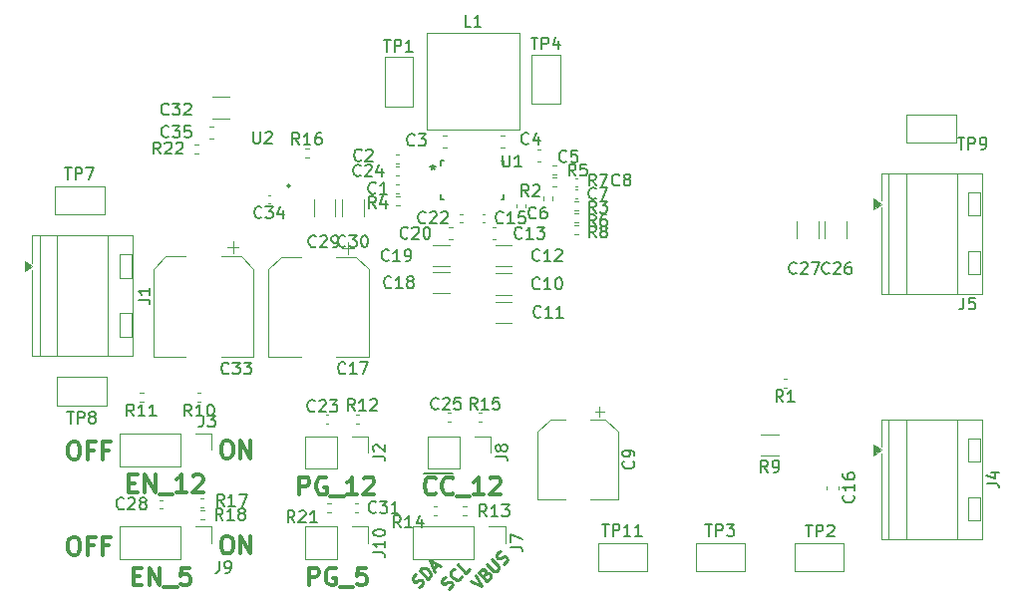
<source format=gbr>
%TF.GenerationSoftware,KiCad,Pcbnew,9.0.4*%
%TF.CreationDate,2025-11-02T19:47:46-03:00*%
%TF.ProjectId,PowerPCB,506f7765-7250-4434-922e-6b696361645f,rev?*%
%TF.SameCoordinates,Original*%
%TF.FileFunction,Legend,Top*%
%TF.FilePolarity,Positive*%
%FSLAX46Y46*%
G04 Gerber Fmt 4.6, Leading zero omitted, Abs format (unit mm)*
G04 Created by KiCad (PCBNEW 9.0.4) date 2025-11-02 19:47:46*
%MOMM*%
%LPD*%
G01*
G04 APERTURE LIST*
%ADD10C,0.200000*%
%ADD11C,0.300000*%
%ADD12C,0.250000*%
%ADD13C,0.150000*%
%ADD14C,0.120000*%
%ADD15C,0.152400*%
G04 APERTURE END LIST*
D10*
X141380000Y-115370000D02*
X143900000Y-115370000D01*
D11*
X111580225Y-120800828D02*
X111865939Y-120800828D01*
X111865939Y-120800828D02*
X112008796Y-120872257D01*
X112008796Y-120872257D02*
X112151653Y-121015114D01*
X112151653Y-121015114D02*
X112223082Y-121300828D01*
X112223082Y-121300828D02*
X112223082Y-121800828D01*
X112223082Y-121800828D02*
X112151653Y-122086542D01*
X112151653Y-122086542D02*
X112008796Y-122229400D01*
X112008796Y-122229400D02*
X111865939Y-122300828D01*
X111865939Y-122300828D02*
X111580225Y-122300828D01*
X111580225Y-122300828D02*
X111437368Y-122229400D01*
X111437368Y-122229400D02*
X111294510Y-122086542D01*
X111294510Y-122086542D02*
X111223082Y-121800828D01*
X111223082Y-121800828D02*
X111223082Y-121300828D01*
X111223082Y-121300828D02*
X111294510Y-121015114D01*
X111294510Y-121015114D02*
X111437368Y-120872257D01*
X111437368Y-120872257D02*
X111580225Y-120800828D01*
X113365939Y-121515114D02*
X112865939Y-121515114D01*
X112865939Y-122300828D02*
X112865939Y-120800828D01*
X112865939Y-120800828D02*
X113580225Y-120800828D01*
X114651653Y-121515114D02*
X114151653Y-121515114D01*
X114151653Y-122300828D02*
X114151653Y-120800828D01*
X114151653Y-120800828D02*
X114865939Y-120800828D01*
X116754510Y-124115114D02*
X117254510Y-124115114D01*
X117468796Y-124900828D02*
X116754510Y-124900828D01*
X116754510Y-124900828D02*
X116754510Y-123400828D01*
X116754510Y-123400828D02*
X117468796Y-123400828D01*
X118111653Y-124900828D02*
X118111653Y-123400828D01*
X118111653Y-123400828D02*
X118968796Y-124900828D01*
X118968796Y-124900828D02*
X118968796Y-123400828D01*
X119325940Y-125043685D02*
X120468797Y-125043685D01*
X121540225Y-123400828D02*
X120825939Y-123400828D01*
X120825939Y-123400828D02*
X120754511Y-124115114D01*
X120754511Y-124115114D02*
X120825939Y-124043685D01*
X120825939Y-124043685D02*
X120968797Y-123972257D01*
X120968797Y-123972257D02*
X121325939Y-123972257D01*
X121325939Y-123972257D02*
X121468797Y-124043685D01*
X121468797Y-124043685D02*
X121540225Y-124115114D01*
X121540225Y-124115114D02*
X121611654Y-124257971D01*
X121611654Y-124257971D02*
X121611654Y-124615114D01*
X121611654Y-124615114D02*
X121540225Y-124757971D01*
X121540225Y-124757971D02*
X121468797Y-124829400D01*
X121468797Y-124829400D02*
X121325939Y-124900828D01*
X121325939Y-124900828D02*
X120968797Y-124900828D01*
X120968797Y-124900828D02*
X120825939Y-124829400D01*
X120825939Y-124829400D02*
X120754511Y-124757971D01*
D12*
X145380807Y-124513520D02*
X146323616Y-124984925D01*
X146323616Y-124984925D02*
X145852212Y-124042116D01*
X146660334Y-123907429D02*
X146795021Y-123840085D01*
X146795021Y-123840085D02*
X146862365Y-123840085D01*
X146862365Y-123840085D02*
X146963380Y-123873757D01*
X146963380Y-123873757D02*
X147064395Y-123974772D01*
X147064395Y-123974772D02*
X147098067Y-124075788D01*
X147098067Y-124075788D02*
X147098067Y-124143131D01*
X147098067Y-124143131D02*
X147064395Y-124244146D01*
X147064395Y-124244146D02*
X146795021Y-124513520D01*
X146795021Y-124513520D02*
X146087914Y-123806414D01*
X146087914Y-123806414D02*
X146323617Y-123570711D01*
X146323617Y-123570711D02*
X146424632Y-123537040D01*
X146424632Y-123537040D02*
X146491975Y-123537040D01*
X146491975Y-123537040D02*
X146592991Y-123570711D01*
X146592991Y-123570711D02*
X146660334Y-123638055D01*
X146660334Y-123638055D02*
X146694006Y-123739070D01*
X146694006Y-123739070D02*
X146694006Y-123806414D01*
X146694006Y-123806414D02*
X146660334Y-123907429D01*
X146660334Y-123907429D02*
X146424632Y-124143131D01*
X146795021Y-123099307D02*
X147367441Y-123671727D01*
X147367441Y-123671727D02*
X147468456Y-123705398D01*
X147468456Y-123705398D02*
X147535800Y-123705398D01*
X147535800Y-123705398D02*
X147636815Y-123671727D01*
X147636815Y-123671727D02*
X147771502Y-123537040D01*
X147771502Y-123537040D02*
X147805174Y-123436024D01*
X147805174Y-123436024D02*
X147805174Y-123368681D01*
X147805174Y-123368681D02*
X147771502Y-123267666D01*
X147771502Y-123267666D02*
X147199082Y-122695246D01*
X148175563Y-123065635D02*
X148310250Y-122998292D01*
X148310250Y-122998292D02*
X148478609Y-122829933D01*
X148478609Y-122829933D02*
X148512280Y-122728918D01*
X148512280Y-122728918D02*
X148512280Y-122661574D01*
X148512280Y-122661574D02*
X148478609Y-122560559D01*
X148478609Y-122560559D02*
X148411265Y-122493215D01*
X148411265Y-122493215D02*
X148310250Y-122459544D01*
X148310250Y-122459544D02*
X148242906Y-122459544D01*
X148242906Y-122459544D02*
X148141891Y-122493215D01*
X148141891Y-122493215D02*
X147973532Y-122594231D01*
X147973532Y-122594231D02*
X147872517Y-122627902D01*
X147872517Y-122627902D02*
X147805174Y-122627902D01*
X147805174Y-122627902D02*
X147704158Y-122594231D01*
X147704158Y-122594231D02*
X147636815Y-122526887D01*
X147636815Y-122526887D02*
X147603143Y-122425872D01*
X147603143Y-122425872D02*
X147603143Y-122358528D01*
X147603143Y-122358528D02*
X147636815Y-122257513D01*
X147636815Y-122257513D02*
X147805174Y-122089154D01*
X147805174Y-122089154D02*
X147939861Y-122021811D01*
D11*
X111580225Y-112700828D02*
X111865939Y-112700828D01*
X111865939Y-112700828D02*
X112008796Y-112772257D01*
X112008796Y-112772257D02*
X112151653Y-112915114D01*
X112151653Y-112915114D02*
X112223082Y-113200828D01*
X112223082Y-113200828D02*
X112223082Y-113700828D01*
X112223082Y-113700828D02*
X112151653Y-113986542D01*
X112151653Y-113986542D02*
X112008796Y-114129400D01*
X112008796Y-114129400D02*
X111865939Y-114200828D01*
X111865939Y-114200828D02*
X111580225Y-114200828D01*
X111580225Y-114200828D02*
X111437368Y-114129400D01*
X111437368Y-114129400D02*
X111294510Y-113986542D01*
X111294510Y-113986542D02*
X111223082Y-113700828D01*
X111223082Y-113700828D02*
X111223082Y-113200828D01*
X111223082Y-113200828D02*
X111294510Y-112915114D01*
X111294510Y-112915114D02*
X111437368Y-112772257D01*
X111437368Y-112772257D02*
X111580225Y-112700828D01*
X113365939Y-113415114D02*
X112865939Y-113415114D01*
X112865939Y-114200828D02*
X112865939Y-112700828D01*
X112865939Y-112700828D02*
X113580225Y-112700828D01*
X114651653Y-113415114D02*
X114151653Y-113415114D01*
X114151653Y-114200828D02*
X114151653Y-112700828D01*
X114151653Y-112700828D02*
X114865939Y-112700828D01*
X116394510Y-116215114D02*
X116894510Y-116215114D01*
X117108796Y-117000828D02*
X116394510Y-117000828D01*
X116394510Y-117000828D02*
X116394510Y-115500828D01*
X116394510Y-115500828D02*
X117108796Y-115500828D01*
X117751653Y-117000828D02*
X117751653Y-115500828D01*
X117751653Y-115500828D02*
X118608796Y-117000828D01*
X118608796Y-117000828D02*
X118608796Y-115500828D01*
X118965940Y-117143685D02*
X120108797Y-117143685D01*
X121251654Y-117000828D02*
X120394511Y-117000828D01*
X120823082Y-117000828D02*
X120823082Y-115500828D01*
X120823082Y-115500828D02*
X120680225Y-115715114D01*
X120680225Y-115715114D02*
X120537368Y-115857971D01*
X120537368Y-115857971D02*
X120394511Y-115929400D01*
X121823082Y-115643685D02*
X121894510Y-115572257D01*
X121894510Y-115572257D02*
X122037368Y-115500828D01*
X122037368Y-115500828D02*
X122394510Y-115500828D01*
X122394510Y-115500828D02*
X122537368Y-115572257D01*
X122537368Y-115572257D02*
X122608796Y-115643685D01*
X122608796Y-115643685D02*
X122680225Y-115786542D01*
X122680225Y-115786542D02*
X122680225Y-115929400D01*
X122680225Y-115929400D02*
X122608796Y-116143685D01*
X122608796Y-116143685D02*
X121751653Y-117000828D01*
X121751653Y-117000828D02*
X122680225Y-117000828D01*
X124580225Y-120700828D02*
X124865939Y-120700828D01*
X124865939Y-120700828D02*
X125008796Y-120772257D01*
X125008796Y-120772257D02*
X125151653Y-120915114D01*
X125151653Y-120915114D02*
X125223082Y-121200828D01*
X125223082Y-121200828D02*
X125223082Y-121700828D01*
X125223082Y-121700828D02*
X125151653Y-121986542D01*
X125151653Y-121986542D02*
X125008796Y-122129400D01*
X125008796Y-122129400D02*
X124865939Y-122200828D01*
X124865939Y-122200828D02*
X124580225Y-122200828D01*
X124580225Y-122200828D02*
X124437368Y-122129400D01*
X124437368Y-122129400D02*
X124294510Y-121986542D01*
X124294510Y-121986542D02*
X124223082Y-121700828D01*
X124223082Y-121700828D02*
X124223082Y-121200828D01*
X124223082Y-121200828D02*
X124294510Y-120915114D01*
X124294510Y-120915114D02*
X124437368Y-120772257D01*
X124437368Y-120772257D02*
X124580225Y-120700828D01*
X125865939Y-122200828D02*
X125865939Y-120700828D01*
X125865939Y-120700828D02*
X126723082Y-122200828D01*
X126723082Y-122200828D02*
X126723082Y-120700828D01*
X142411653Y-117057971D02*
X142340225Y-117129400D01*
X142340225Y-117129400D02*
X142125939Y-117200828D01*
X142125939Y-117200828D02*
X141983082Y-117200828D01*
X141983082Y-117200828D02*
X141768796Y-117129400D01*
X141768796Y-117129400D02*
X141625939Y-116986542D01*
X141625939Y-116986542D02*
X141554510Y-116843685D01*
X141554510Y-116843685D02*
X141483082Y-116557971D01*
X141483082Y-116557971D02*
X141483082Y-116343685D01*
X141483082Y-116343685D02*
X141554510Y-116057971D01*
X141554510Y-116057971D02*
X141625939Y-115915114D01*
X141625939Y-115915114D02*
X141768796Y-115772257D01*
X141768796Y-115772257D02*
X141983082Y-115700828D01*
X141983082Y-115700828D02*
X142125939Y-115700828D01*
X142125939Y-115700828D02*
X142340225Y-115772257D01*
X142340225Y-115772257D02*
X142411653Y-115843685D01*
X143911653Y-117057971D02*
X143840225Y-117129400D01*
X143840225Y-117129400D02*
X143625939Y-117200828D01*
X143625939Y-117200828D02*
X143483082Y-117200828D01*
X143483082Y-117200828D02*
X143268796Y-117129400D01*
X143268796Y-117129400D02*
X143125939Y-116986542D01*
X143125939Y-116986542D02*
X143054510Y-116843685D01*
X143054510Y-116843685D02*
X142983082Y-116557971D01*
X142983082Y-116557971D02*
X142983082Y-116343685D01*
X142983082Y-116343685D02*
X143054510Y-116057971D01*
X143054510Y-116057971D02*
X143125939Y-115915114D01*
X143125939Y-115915114D02*
X143268796Y-115772257D01*
X143268796Y-115772257D02*
X143483082Y-115700828D01*
X143483082Y-115700828D02*
X143625939Y-115700828D01*
X143625939Y-115700828D02*
X143840225Y-115772257D01*
X143840225Y-115772257D02*
X143911653Y-115843685D01*
X144197368Y-117343685D02*
X145340225Y-117343685D01*
X146483082Y-117200828D02*
X145625939Y-117200828D01*
X146054510Y-117200828D02*
X146054510Y-115700828D01*
X146054510Y-115700828D02*
X145911653Y-115915114D01*
X145911653Y-115915114D02*
X145768796Y-116057971D01*
X145768796Y-116057971D02*
X145625939Y-116129400D01*
X147054510Y-115843685D02*
X147125938Y-115772257D01*
X147125938Y-115772257D02*
X147268796Y-115700828D01*
X147268796Y-115700828D02*
X147625938Y-115700828D01*
X147625938Y-115700828D02*
X147768796Y-115772257D01*
X147768796Y-115772257D02*
X147840224Y-115843685D01*
X147840224Y-115843685D02*
X147911653Y-115986542D01*
X147911653Y-115986542D02*
X147911653Y-116129400D01*
X147911653Y-116129400D02*
X147840224Y-116343685D01*
X147840224Y-116343685D02*
X146983081Y-117200828D01*
X146983081Y-117200828D02*
X147911653Y-117200828D01*
X130854510Y-117200828D02*
X130854510Y-115700828D01*
X130854510Y-115700828D02*
X131425939Y-115700828D01*
X131425939Y-115700828D02*
X131568796Y-115772257D01*
X131568796Y-115772257D02*
X131640225Y-115843685D01*
X131640225Y-115843685D02*
X131711653Y-115986542D01*
X131711653Y-115986542D02*
X131711653Y-116200828D01*
X131711653Y-116200828D02*
X131640225Y-116343685D01*
X131640225Y-116343685D02*
X131568796Y-116415114D01*
X131568796Y-116415114D02*
X131425939Y-116486542D01*
X131425939Y-116486542D02*
X130854510Y-116486542D01*
X133140225Y-115772257D02*
X132997368Y-115700828D01*
X132997368Y-115700828D02*
X132783082Y-115700828D01*
X132783082Y-115700828D02*
X132568796Y-115772257D01*
X132568796Y-115772257D02*
X132425939Y-115915114D01*
X132425939Y-115915114D02*
X132354510Y-116057971D01*
X132354510Y-116057971D02*
X132283082Y-116343685D01*
X132283082Y-116343685D02*
X132283082Y-116557971D01*
X132283082Y-116557971D02*
X132354510Y-116843685D01*
X132354510Y-116843685D02*
X132425939Y-116986542D01*
X132425939Y-116986542D02*
X132568796Y-117129400D01*
X132568796Y-117129400D02*
X132783082Y-117200828D01*
X132783082Y-117200828D02*
X132925939Y-117200828D01*
X132925939Y-117200828D02*
X133140225Y-117129400D01*
X133140225Y-117129400D02*
X133211653Y-117057971D01*
X133211653Y-117057971D02*
X133211653Y-116557971D01*
X133211653Y-116557971D02*
X132925939Y-116557971D01*
X133497368Y-117343685D02*
X134640225Y-117343685D01*
X135783082Y-117200828D02*
X134925939Y-117200828D01*
X135354510Y-117200828D02*
X135354510Y-115700828D01*
X135354510Y-115700828D02*
X135211653Y-115915114D01*
X135211653Y-115915114D02*
X135068796Y-116057971D01*
X135068796Y-116057971D02*
X134925939Y-116129400D01*
X136354510Y-115843685D02*
X136425938Y-115772257D01*
X136425938Y-115772257D02*
X136568796Y-115700828D01*
X136568796Y-115700828D02*
X136925938Y-115700828D01*
X136925938Y-115700828D02*
X137068796Y-115772257D01*
X137068796Y-115772257D02*
X137140224Y-115843685D01*
X137140224Y-115843685D02*
X137211653Y-115986542D01*
X137211653Y-115986542D02*
X137211653Y-116129400D01*
X137211653Y-116129400D02*
X137140224Y-116343685D01*
X137140224Y-116343685D02*
X136283081Y-117200828D01*
X136283081Y-117200828D02*
X137211653Y-117200828D01*
X124580225Y-112600828D02*
X124865939Y-112600828D01*
X124865939Y-112600828D02*
X125008796Y-112672257D01*
X125008796Y-112672257D02*
X125151653Y-112815114D01*
X125151653Y-112815114D02*
X125223082Y-113100828D01*
X125223082Y-113100828D02*
X125223082Y-113600828D01*
X125223082Y-113600828D02*
X125151653Y-113886542D01*
X125151653Y-113886542D02*
X125008796Y-114029400D01*
X125008796Y-114029400D02*
X124865939Y-114100828D01*
X124865939Y-114100828D02*
X124580225Y-114100828D01*
X124580225Y-114100828D02*
X124437368Y-114029400D01*
X124437368Y-114029400D02*
X124294510Y-113886542D01*
X124294510Y-113886542D02*
X124223082Y-113600828D01*
X124223082Y-113600828D02*
X124223082Y-113100828D01*
X124223082Y-113100828D02*
X124294510Y-112815114D01*
X124294510Y-112815114D02*
X124437368Y-112672257D01*
X124437368Y-112672257D02*
X124580225Y-112600828D01*
X125865939Y-114100828D02*
X125865939Y-112600828D01*
X125865939Y-112600828D02*
X126723082Y-114100828D01*
X126723082Y-114100828D02*
X126723082Y-112600828D01*
D12*
X143521586Y-125219612D02*
X143656273Y-125152268D01*
X143656273Y-125152268D02*
X143824632Y-124983910D01*
X143824632Y-124983910D02*
X143858303Y-124882894D01*
X143858303Y-124882894D02*
X143858303Y-124815551D01*
X143858303Y-124815551D02*
X143824632Y-124714536D01*
X143824632Y-124714536D02*
X143757288Y-124647192D01*
X143757288Y-124647192D02*
X143656273Y-124613520D01*
X143656273Y-124613520D02*
X143588929Y-124613520D01*
X143588929Y-124613520D02*
X143487914Y-124647192D01*
X143487914Y-124647192D02*
X143319555Y-124748207D01*
X143319555Y-124748207D02*
X143218540Y-124781879D01*
X143218540Y-124781879D02*
X143151197Y-124781879D01*
X143151197Y-124781879D02*
X143050181Y-124748207D01*
X143050181Y-124748207D02*
X142982838Y-124680864D01*
X142982838Y-124680864D02*
X142949166Y-124579849D01*
X142949166Y-124579849D02*
X142949166Y-124512505D01*
X142949166Y-124512505D02*
X142982838Y-124411490D01*
X142982838Y-124411490D02*
X143151197Y-124243131D01*
X143151197Y-124243131D02*
X143285884Y-124175788D01*
X144599082Y-124074772D02*
X144599082Y-124142116D01*
X144599082Y-124142116D02*
X144531739Y-124276803D01*
X144531739Y-124276803D02*
X144464395Y-124344146D01*
X144464395Y-124344146D02*
X144329708Y-124411490D01*
X144329708Y-124411490D02*
X144195021Y-124411490D01*
X144195021Y-124411490D02*
X144094006Y-124377818D01*
X144094006Y-124377818D02*
X143925647Y-124276803D01*
X143925647Y-124276803D02*
X143824632Y-124175788D01*
X143824632Y-124175788D02*
X143723616Y-124007429D01*
X143723616Y-124007429D02*
X143689945Y-123906414D01*
X143689945Y-123906414D02*
X143689945Y-123771727D01*
X143689945Y-123771727D02*
X143757288Y-123637040D01*
X143757288Y-123637040D02*
X143824632Y-123569696D01*
X143824632Y-123569696D02*
X143959319Y-123502353D01*
X143959319Y-123502353D02*
X144026662Y-123502353D01*
X145306189Y-123502353D02*
X144969471Y-123839070D01*
X144969471Y-123839070D02*
X144262365Y-123131963D01*
X141021586Y-125019612D02*
X141156273Y-124952268D01*
X141156273Y-124952268D02*
X141324632Y-124783910D01*
X141324632Y-124783910D02*
X141358303Y-124682894D01*
X141358303Y-124682894D02*
X141358303Y-124615551D01*
X141358303Y-124615551D02*
X141324632Y-124514536D01*
X141324632Y-124514536D02*
X141257288Y-124447192D01*
X141257288Y-124447192D02*
X141156273Y-124413520D01*
X141156273Y-124413520D02*
X141088929Y-124413520D01*
X141088929Y-124413520D02*
X140987914Y-124447192D01*
X140987914Y-124447192D02*
X140819555Y-124548207D01*
X140819555Y-124548207D02*
X140718540Y-124581879D01*
X140718540Y-124581879D02*
X140651197Y-124581879D01*
X140651197Y-124581879D02*
X140550181Y-124548207D01*
X140550181Y-124548207D02*
X140482838Y-124480864D01*
X140482838Y-124480864D02*
X140449166Y-124379849D01*
X140449166Y-124379849D02*
X140449166Y-124312505D01*
X140449166Y-124312505D02*
X140482838Y-124211490D01*
X140482838Y-124211490D02*
X140651197Y-124043131D01*
X140651197Y-124043131D02*
X140785884Y-123975788D01*
X141762365Y-124346177D02*
X141055258Y-123639070D01*
X141055258Y-123639070D02*
X141223616Y-123470711D01*
X141223616Y-123470711D02*
X141358303Y-123403368D01*
X141358303Y-123403368D02*
X141492990Y-123403368D01*
X141492990Y-123403368D02*
X141594006Y-123437040D01*
X141594006Y-123437040D02*
X141762365Y-123538055D01*
X141762365Y-123538055D02*
X141863380Y-123639070D01*
X141863380Y-123639070D02*
X141964395Y-123807429D01*
X141964395Y-123807429D02*
X141998067Y-123908444D01*
X141998067Y-123908444D02*
X141998067Y-124043131D01*
X141998067Y-124043131D02*
X141930723Y-124177818D01*
X141930723Y-124177818D02*
X141762365Y-124346177D01*
X142233769Y-123470711D02*
X142570487Y-123133994D01*
X142368456Y-123740085D02*
X141897052Y-122797276D01*
X141897052Y-122797276D02*
X142839861Y-123268681D01*
D11*
X131654510Y-124900828D02*
X131654510Y-123400828D01*
X131654510Y-123400828D02*
X132225939Y-123400828D01*
X132225939Y-123400828D02*
X132368796Y-123472257D01*
X132368796Y-123472257D02*
X132440225Y-123543685D01*
X132440225Y-123543685D02*
X132511653Y-123686542D01*
X132511653Y-123686542D02*
X132511653Y-123900828D01*
X132511653Y-123900828D02*
X132440225Y-124043685D01*
X132440225Y-124043685D02*
X132368796Y-124115114D01*
X132368796Y-124115114D02*
X132225939Y-124186542D01*
X132225939Y-124186542D02*
X131654510Y-124186542D01*
X133940225Y-123472257D02*
X133797368Y-123400828D01*
X133797368Y-123400828D02*
X133583082Y-123400828D01*
X133583082Y-123400828D02*
X133368796Y-123472257D01*
X133368796Y-123472257D02*
X133225939Y-123615114D01*
X133225939Y-123615114D02*
X133154510Y-123757971D01*
X133154510Y-123757971D02*
X133083082Y-124043685D01*
X133083082Y-124043685D02*
X133083082Y-124257971D01*
X133083082Y-124257971D02*
X133154510Y-124543685D01*
X133154510Y-124543685D02*
X133225939Y-124686542D01*
X133225939Y-124686542D02*
X133368796Y-124829400D01*
X133368796Y-124829400D02*
X133583082Y-124900828D01*
X133583082Y-124900828D02*
X133725939Y-124900828D01*
X133725939Y-124900828D02*
X133940225Y-124829400D01*
X133940225Y-124829400D02*
X134011653Y-124757971D01*
X134011653Y-124757971D02*
X134011653Y-124257971D01*
X134011653Y-124257971D02*
X133725939Y-124257971D01*
X134297368Y-125043685D02*
X135440225Y-125043685D01*
X136511653Y-123400828D02*
X135797367Y-123400828D01*
X135797367Y-123400828D02*
X135725939Y-124115114D01*
X135725939Y-124115114D02*
X135797367Y-124043685D01*
X135797367Y-124043685D02*
X135940225Y-123972257D01*
X135940225Y-123972257D02*
X136297367Y-123972257D01*
X136297367Y-123972257D02*
X136440225Y-124043685D01*
X136440225Y-124043685D02*
X136511653Y-124115114D01*
X136511653Y-124115114D02*
X136583082Y-124257971D01*
X136583082Y-124257971D02*
X136583082Y-124615114D01*
X136583082Y-124615114D02*
X136511653Y-124757971D01*
X136511653Y-124757971D02*
X136440225Y-124829400D01*
X136440225Y-124829400D02*
X136297367Y-124900828D01*
X136297367Y-124900828D02*
X135940225Y-124900828D01*
X135940225Y-124900828D02*
X135797367Y-124829400D01*
X135797367Y-124829400D02*
X135725939Y-124757971D01*
D13*
X140057142Y-95359580D02*
X140009523Y-95407200D01*
X140009523Y-95407200D02*
X139866666Y-95454819D01*
X139866666Y-95454819D02*
X139771428Y-95454819D01*
X139771428Y-95454819D02*
X139628571Y-95407200D01*
X139628571Y-95407200D02*
X139533333Y-95311961D01*
X139533333Y-95311961D02*
X139485714Y-95216723D01*
X139485714Y-95216723D02*
X139438095Y-95026247D01*
X139438095Y-95026247D02*
X139438095Y-94883390D01*
X139438095Y-94883390D02*
X139485714Y-94692914D01*
X139485714Y-94692914D02*
X139533333Y-94597676D01*
X139533333Y-94597676D02*
X139628571Y-94502438D01*
X139628571Y-94502438D02*
X139771428Y-94454819D01*
X139771428Y-94454819D02*
X139866666Y-94454819D01*
X139866666Y-94454819D02*
X140009523Y-94502438D01*
X140009523Y-94502438D02*
X140057142Y-94550057D01*
X140438095Y-94550057D02*
X140485714Y-94502438D01*
X140485714Y-94502438D02*
X140580952Y-94454819D01*
X140580952Y-94454819D02*
X140819047Y-94454819D01*
X140819047Y-94454819D02*
X140914285Y-94502438D01*
X140914285Y-94502438D02*
X140961904Y-94550057D01*
X140961904Y-94550057D02*
X141009523Y-94645295D01*
X141009523Y-94645295D02*
X141009523Y-94740533D01*
X141009523Y-94740533D02*
X140961904Y-94883390D01*
X140961904Y-94883390D02*
X140390476Y-95454819D01*
X140390476Y-95454819D02*
X141009523Y-95454819D01*
X141628571Y-94454819D02*
X141723809Y-94454819D01*
X141723809Y-94454819D02*
X141819047Y-94502438D01*
X141819047Y-94502438D02*
X141866666Y-94550057D01*
X141866666Y-94550057D02*
X141914285Y-94645295D01*
X141914285Y-94645295D02*
X141961904Y-94835771D01*
X141961904Y-94835771D02*
X141961904Y-95073866D01*
X141961904Y-95073866D02*
X141914285Y-95264342D01*
X141914285Y-95264342D02*
X141866666Y-95359580D01*
X141866666Y-95359580D02*
X141819047Y-95407200D01*
X141819047Y-95407200D02*
X141723809Y-95454819D01*
X141723809Y-95454819D02*
X141628571Y-95454819D01*
X141628571Y-95454819D02*
X141533333Y-95407200D01*
X141533333Y-95407200D02*
X141485714Y-95359580D01*
X141485714Y-95359580D02*
X141438095Y-95264342D01*
X141438095Y-95264342D02*
X141390476Y-95073866D01*
X141390476Y-95073866D02*
X141390476Y-94835771D01*
X141390476Y-94835771D02*
X141438095Y-94645295D01*
X141438095Y-94645295D02*
X141485714Y-94550057D01*
X141485714Y-94550057D02*
X141533333Y-94502438D01*
X141533333Y-94502438D02*
X141628571Y-94454819D01*
X115957142Y-118359580D02*
X115909523Y-118407200D01*
X115909523Y-118407200D02*
X115766666Y-118454819D01*
X115766666Y-118454819D02*
X115671428Y-118454819D01*
X115671428Y-118454819D02*
X115528571Y-118407200D01*
X115528571Y-118407200D02*
X115433333Y-118311961D01*
X115433333Y-118311961D02*
X115385714Y-118216723D01*
X115385714Y-118216723D02*
X115338095Y-118026247D01*
X115338095Y-118026247D02*
X115338095Y-117883390D01*
X115338095Y-117883390D02*
X115385714Y-117692914D01*
X115385714Y-117692914D02*
X115433333Y-117597676D01*
X115433333Y-117597676D02*
X115528571Y-117502438D01*
X115528571Y-117502438D02*
X115671428Y-117454819D01*
X115671428Y-117454819D02*
X115766666Y-117454819D01*
X115766666Y-117454819D02*
X115909523Y-117502438D01*
X115909523Y-117502438D02*
X115957142Y-117550057D01*
X116338095Y-117550057D02*
X116385714Y-117502438D01*
X116385714Y-117502438D02*
X116480952Y-117454819D01*
X116480952Y-117454819D02*
X116719047Y-117454819D01*
X116719047Y-117454819D02*
X116814285Y-117502438D01*
X116814285Y-117502438D02*
X116861904Y-117550057D01*
X116861904Y-117550057D02*
X116909523Y-117645295D01*
X116909523Y-117645295D02*
X116909523Y-117740533D01*
X116909523Y-117740533D02*
X116861904Y-117883390D01*
X116861904Y-117883390D02*
X116290476Y-118454819D01*
X116290476Y-118454819D02*
X116909523Y-118454819D01*
X117480952Y-117883390D02*
X117385714Y-117835771D01*
X117385714Y-117835771D02*
X117338095Y-117788152D01*
X117338095Y-117788152D02*
X117290476Y-117692914D01*
X117290476Y-117692914D02*
X117290476Y-117645295D01*
X117290476Y-117645295D02*
X117338095Y-117550057D01*
X117338095Y-117550057D02*
X117385714Y-117502438D01*
X117385714Y-117502438D02*
X117480952Y-117454819D01*
X117480952Y-117454819D02*
X117671428Y-117454819D01*
X117671428Y-117454819D02*
X117766666Y-117502438D01*
X117766666Y-117502438D02*
X117814285Y-117550057D01*
X117814285Y-117550057D02*
X117861904Y-117645295D01*
X117861904Y-117645295D02*
X117861904Y-117692914D01*
X117861904Y-117692914D02*
X117814285Y-117788152D01*
X117814285Y-117788152D02*
X117766666Y-117835771D01*
X117766666Y-117835771D02*
X117671428Y-117883390D01*
X117671428Y-117883390D02*
X117480952Y-117883390D01*
X117480952Y-117883390D02*
X117385714Y-117931009D01*
X117385714Y-117931009D02*
X117338095Y-117978628D01*
X117338095Y-117978628D02*
X117290476Y-118073866D01*
X117290476Y-118073866D02*
X117290476Y-118264342D01*
X117290476Y-118264342D02*
X117338095Y-118359580D01*
X117338095Y-118359580D02*
X117385714Y-118407200D01*
X117385714Y-118407200D02*
X117480952Y-118454819D01*
X117480952Y-118454819D02*
X117671428Y-118454819D01*
X117671428Y-118454819D02*
X117766666Y-118407200D01*
X117766666Y-118407200D02*
X117814285Y-118359580D01*
X117814285Y-118359580D02*
X117861904Y-118264342D01*
X117861904Y-118264342D02*
X117861904Y-118073866D01*
X117861904Y-118073866D02*
X117814285Y-117978628D01*
X117814285Y-117978628D02*
X117766666Y-117931009D01*
X117766666Y-117931009D02*
X117671428Y-117883390D01*
X187266666Y-100454819D02*
X187266666Y-101169104D01*
X187266666Y-101169104D02*
X187219047Y-101311961D01*
X187219047Y-101311961D02*
X187123809Y-101407200D01*
X187123809Y-101407200D02*
X186980952Y-101454819D01*
X186980952Y-101454819D02*
X186885714Y-101454819D01*
X188219047Y-100454819D02*
X187742857Y-100454819D01*
X187742857Y-100454819D02*
X187695238Y-100931009D01*
X187695238Y-100931009D02*
X187742857Y-100883390D01*
X187742857Y-100883390D02*
X187838095Y-100835771D01*
X187838095Y-100835771D02*
X188076190Y-100835771D01*
X188076190Y-100835771D02*
X188171428Y-100883390D01*
X188171428Y-100883390D02*
X188219047Y-100931009D01*
X188219047Y-100931009D02*
X188266666Y-101026247D01*
X188266666Y-101026247D02*
X188266666Y-101264342D01*
X188266666Y-101264342D02*
X188219047Y-101359580D01*
X188219047Y-101359580D02*
X188171428Y-101407200D01*
X188171428Y-101407200D02*
X188076190Y-101454819D01*
X188076190Y-101454819D02*
X187838095Y-101454819D01*
X187838095Y-101454819D02*
X187742857Y-101407200D01*
X187742857Y-101407200D02*
X187695238Y-101359580D01*
X134757142Y-96059580D02*
X134709523Y-96107200D01*
X134709523Y-96107200D02*
X134566666Y-96154819D01*
X134566666Y-96154819D02*
X134471428Y-96154819D01*
X134471428Y-96154819D02*
X134328571Y-96107200D01*
X134328571Y-96107200D02*
X134233333Y-96011961D01*
X134233333Y-96011961D02*
X134185714Y-95916723D01*
X134185714Y-95916723D02*
X134138095Y-95726247D01*
X134138095Y-95726247D02*
X134138095Y-95583390D01*
X134138095Y-95583390D02*
X134185714Y-95392914D01*
X134185714Y-95392914D02*
X134233333Y-95297676D01*
X134233333Y-95297676D02*
X134328571Y-95202438D01*
X134328571Y-95202438D02*
X134471428Y-95154819D01*
X134471428Y-95154819D02*
X134566666Y-95154819D01*
X134566666Y-95154819D02*
X134709523Y-95202438D01*
X134709523Y-95202438D02*
X134757142Y-95250057D01*
X135090476Y-95154819D02*
X135709523Y-95154819D01*
X135709523Y-95154819D02*
X135376190Y-95535771D01*
X135376190Y-95535771D02*
X135519047Y-95535771D01*
X135519047Y-95535771D02*
X135614285Y-95583390D01*
X135614285Y-95583390D02*
X135661904Y-95631009D01*
X135661904Y-95631009D02*
X135709523Y-95726247D01*
X135709523Y-95726247D02*
X135709523Y-95964342D01*
X135709523Y-95964342D02*
X135661904Y-96059580D01*
X135661904Y-96059580D02*
X135614285Y-96107200D01*
X135614285Y-96107200D02*
X135519047Y-96154819D01*
X135519047Y-96154819D02*
X135233333Y-96154819D01*
X135233333Y-96154819D02*
X135138095Y-96107200D01*
X135138095Y-96107200D02*
X135090476Y-96059580D01*
X136328571Y-95154819D02*
X136423809Y-95154819D01*
X136423809Y-95154819D02*
X136519047Y-95202438D01*
X136519047Y-95202438D02*
X136566666Y-95250057D01*
X136566666Y-95250057D02*
X136614285Y-95345295D01*
X136614285Y-95345295D02*
X136661904Y-95535771D01*
X136661904Y-95535771D02*
X136661904Y-95773866D01*
X136661904Y-95773866D02*
X136614285Y-95964342D01*
X136614285Y-95964342D02*
X136566666Y-96059580D01*
X136566666Y-96059580D02*
X136519047Y-96107200D01*
X136519047Y-96107200D02*
X136423809Y-96154819D01*
X136423809Y-96154819D02*
X136328571Y-96154819D01*
X136328571Y-96154819D02*
X136233333Y-96107200D01*
X136233333Y-96107200D02*
X136185714Y-96059580D01*
X136185714Y-96059580D02*
X136138095Y-95964342D01*
X136138095Y-95964342D02*
X136090476Y-95773866D01*
X136090476Y-95773866D02*
X136090476Y-95535771D01*
X136090476Y-95535771D02*
X136138095Y-95345295D01*
X136138095Y-95345295D02*
X136185714Y-95250057D01*
X136185714Y-95250057D02*
X136233333Y-95202438D01*
X136233333Y-95202438D02*
X136328571Y-95154819D01*
X137333333Y-91559580D02*
X137285714Y-91607200D01*
X137285714Y-91607200D02*
X137142857Y-91654819D01*
X137142857Y-91654819D02*
X137047619Y-91654819D01*
X137047619Y-91654819D02*
X136904762Y-91607200D01*
X136904762Y-91607200D02*
X136809524Y-91511961D01*
X136809524Y-91511961D02*
X136761905Y-91416723D01*
X136761905Y-91416723D02*
X136714286Y-91226247D01*
X136714286Y-91226247D02*
X136714286Y-91083390D01*
X136714286Y-91083390D02*
X136761905Y-90892914D01*
X136761905Y-90892914D02*
X136809524Y-90797676D01*
X136809524Y-90797676D02*
X136904762Y-90702438D01*
X136904762Y-90702438D02*
X137047619Y-90654819D01*
X137047619Y-90654819D02*
X137142857Y-90654819D01*
X137142857Y-90654819D02*
X137285714Y-90702438D01*
X137285714Y-90702438D02*
X137333333Y-90750057D01*
X138285714Y-91654819D02*
X137714286Y-91654819D01*
X138000000Y-91654819D02*
X138000000Y-90654819D01*
X138000000Y-90654819D02*
X137904762Y-90797676D01*
X137904762Y-90797676D02*
X137809524Y-90892914D01*
X137809524Y-90892914D02*
X137714286Y-90940533D01*
X147534819Y-113933333D02*
X148249104Y-113933333D01*
X148249104Y-113933333D02*
X148391961Y-113980952D01*
X148391961Y-113980952D02*
X148487200Y-114076190D01*
X148487200Y-114076190D02*
X148534819Y-114219047D01*
X148534819Y-114219047D02*
X148534819Y-114314285D01*
X147963390Y-113314285D02*
X147915771Y-113409523D01*
X147915771Y-113409523D02*
X147868152Y-113457142D01*
X147868152Y-113457142D02*
X147772914Y-113504761D01*
X147772914Y-113504761D02*
X147725295Y-113504761D01*
X147725295Y-113504761D02*
X147630057Y-113457142D01*
X147630057Y-113457142D02*
X147582438Y-113409523D01*
X147582438Y-113409523D02*
X147534819Y-113314285D01*
X147534819Y-113314285D02*
X147534819Y-113123809D01*
X147534819Y-113123809D02*
X147582438Y-113028571D01*
X147582438Y-113028571D02*
X147630057Y-112980952D01*
X147630057Y-112980952D02*
X147725295Y-112933333D01*
X147725295Y-112933333D02*
X147772914Y-112933333D01*
X147772914Y-112933333D02*
X147868152Y-112980952D01*
X147868152Y-112980952D02*
X147915771Y-113028571D01*
X147915771Y-113028571D02*
X147963390Y-113123809D01*
X147963390Y-113123809D02*
X147963390Y-113314285D01*
X147963390Y-113314285D02*
X148011009Y-113409523D01*
X148011009Y-113409523D02*
X148058628Y-113457142D01*
X148058628Y-113457142D02*
X148153866Y-113504761D01*
X148153866Y-113504761D02*
X148344342Y-113504761D01*
X148344342Y-113504761D02*
X148439580Y-113457142D01*
X148439580Y-113457142D02*
X148487200Y-113409523D01*
X148487200Y-113409523D02*
X148534819Y-113314285D01*
X148534819Y-113314285D02*
X148534819Y-113123809D01*
X148534819Y-113123809D02*
X148487200Y-113028571D01*
X148487200Y-113028571D02*
X148439580Y-112980952D01*
X148439580Y-112980952D02*
X148344342Y-112933333D01*
X148344342Y-112933333D02*
X148153866Y-112933333D01*
X148153866Y-112933333D02*
X148058628Y-112980952D01*
X148058628Y-112980952D02*
X148011009Y-113028571D01*
X148011009Y-113028571D02*
X147963390Y-113123809D01*
X136057142Y-90059580D02*
X136009523Y-90107200D01*
X136009523Y-90107200D02*
X135866666Y-90154819D01*
X135866666Y-90154819D02*
X135771428Y-90154819D01*
X135771428Y-90154819D02*
X135628571Y-90107200D01*
X135628571Y-90107200D02*
X135533333Y-90011961D01*
X135533333Y-90011961D02*
X135485714Y-89916723D01*
X135485714Y-89916723D02*
X135438095Y-89726247D01*
X135438095Y-89726247D02*
X135438095Y-89583390D01*
X135438095Y-89583390D02*
X135485714Y-89392914D01*
X135485714Y-89392914D02*
X135533333Y-89297676D01*
X135533333Y-89297676D02*
X135628571Y-89202438D01*
X135628571Y-89202438D02*
X135771428Y-89154819D01*
X135771428Y-89154819D02*
X135866666Y-89154819D01*
X135866666Y-89154819D02*
X136009523Y-89202438D01*
X136009523Y-89202438D02*
X136057142Y-89250057D01*
X136438095Y-89250057D02*
X136485714Y-89202438D01*
X136485714Y-89202438D02*
X136580952Y-89154819D01*
X136580952Y-89154819D02*
X136819047Y-89154819D01*
X136819047Y-89154819D02*
X136914285Y-89202438D01*
X136914285Y-89202438D02*
X136961904Y-89250057D01*
X136961904Y-89250057D02*
X137009523Y-89345295D01*
X137009523Y-89345295D02*
X137009523Y-89440533D01*
X137009523Y-89440533D02*
X136961904Y-89583390D01*
X136961904Y-89583390D02*
X136390476Y-90154819D01*
X136390476Y-90154819D02*
X137009523Y-90154819D01*
X137866666Y-89488152D02*
X137866666Y-90154819D01*
X137628571Y-89107200D02*
X137390476Y-89821485D01*
X137390476Y-89821485D02*
X138009523Y-89821485D01*
X145433333Y-77454819D02*
X144957143Y-77454819D01*
X144957143Y-77454819D02*
X144957143Y-76454819D01*
X146290476Y-77454819D02*
X145719048Y-77454819D01*
X146004762Y-77454819D02*
X146004762Y-76454819D01*
X146004762Y-76454819D02*
X145909524Y-76597676D01*
X145909524Y-76597676D02*
X145814286Y-76692914D01*
X145814286Y-76692914D02*
X145719048Y-76740533D01*
X138038095Y-78554819D02*
X138609523Y-78554819D01*
X138323809Y-79554819D02*
X138323809Y-78554819D01*
X138942857Y-79554819D02*
X138942857Y-78554819D01*
X138942857Y-78554819D02*
X139323809Y-78554819D01*
X139323809Y-78554819D02*
X139419047Y-78602438D01*
X139419047Y-78602438D02*
X139466666Y-78650057D01*
X139466666Y-78650057D02*
X139514285Y-78745295D01*
X139514285Y-78745295D02*
X139514285Y-78888152D01*
X139514285Y-78888152D02*
X139466666Y-78983390D01*
X139466666Y-78983390D02*
X139419047Y-79031009D01*
X139419047Y-79031009D02*
X139323809Y-79078628D01*
X139323809Y-79078628D02*
X138942857Y-79078628D01*
X140466666Y-79554819D02*
X139895238Y-79554819D01*
X140180952Y-79554819D02*
X140180952Y-78554819D01*
X140180952Y-78554819D02*
X140085714Y-78697676D01*
X140085714Y-78697676D02*
X139990476Y-78792914D01*
X139990476Y-78792914D02*
X139895238Y-78840533D01*
X136133333Y-88759580D02*
X136085714Y-88807200D01*
X136085714Y-88807200D02*
X135942857Y-88854819D01*
X135942857Y-88854819D02*
X135847619Y-88854819D01*
X135847619Y-88854819D02*
X135704762Y-88807200D01*
X135704762Y-88807200D02*
X135609524Y-88711961D01*
X135609524Y-88711961D02*
X135561905Y-88616723D01*
X135561905Y-88616723D02*
X135514286Y-88426247D01*
X135514286Y-88426247D02*
X135514286Y-88283390D01*
X135514286Y-88283390D02*
X135561905Y-88092914D01*
X135561905Y-88092914D02*
X135609524Y-87997676D01*
X135609524Y-87997676D02*
X135704762Y-87902438D01*
X135704762Y-87902438D02*
X135847619Y-87854819D01*
X135847619Y-87854819D02*
X135942857Y-87854819D01*
X135942857Y-87854819D02*
X136085714Y-87902438D01*
X136085714Y-87902438D02*
X136133333Y-87950057D01*
X136514286Y-87950057D02*
X136561905Y-87902438D01*
X136561905Y-87902438D02*
X136657143Y-87854819D01*
X136657143Y-87854819D02*
X136895238Y-87854819D01*
X136895238Y-87854819D02*
X136990476Y-87902438D01*
X136990476Y-87902438D02*
X137038095Y-87950057D01*
X137038095Y-87950057D02*
X137085714Y-88045295D01*
X137085714Y-88045295D02*
X137085714Y-88140533D01*
X137085714Y-88140533D02*
X137038095Y-88283390D01*
X137038095Y-88283390D02*
X136466667Y-88854819D01*
X136466667Y-88854819D02*
X137085714Y-88854819D01*
X150333333Y-87359580D02*
X150285714Y-87407200D01*
X150285714Y-87407200D02*
X150142857Y-87454819D01*
X150142857Y-87454819D02*
X150047619Y-87454819D01*
X150047619Y-87454819D02*
X149904762Y-87407200D01*
X149904762Y-87407200D02*
X149809524Y-87311961D01*
X149809524Y-87311961D02*
X149761905Y-87216723D01*
X149761905Y-87216723D02*
X149714286Y-87026247D01*
X149714286Y-87026247D02*
X149714286Y-86883390D01*
X149714286Y-86883390D02*
X149761905Y-86692914D01*
X149761905Y-86692914D02*
X149809524Y-86597676D01*
X149809524Y-86597676D02*
X149904762Y-86502438D01*
X149904762Y-86502438D02*
X150047619Y-86454819D01*
X150047619Y-86454819D02*
X150142857Y-86454819D01*
X150142857Y-86454819D02*
X150285714Y-86502438D01*
X150285714Y-86502438D02*
X150333333Y-86550057D01*
X151190476Y-86788152D02*
X151190476Y-87454819D01*
X150952381Y-86407200D02*
X150714286Y-87121485D01*
X150714286Y-87121485D02*
X151333333Y-87121485D01*
X119757142Y-84859580D02*
X119709523Y-84907200D01*
X119709523Y-84907200D02*
X119566666Y-84954819D01*
X119566666Y-84954819D02*
X119471428Y-84954819D01*
X119471428Y-84954819D02*
X119328571Y-84907200D01*
X119328571Y-84907200D02*
X119233333Y-84811961D01*
X119233333Y-84811961D02*
X119185714Y-84716723D01*
X119185714Y-84716723D02*
X119138095Y-84526247D01*
X119138095Y-84526247D02*
X119138095Y-84383390D01*
X119138095Y-84383390D02*
X119185714Y-84192914D01*
X119185714Y-84192914D02*
X119233333Y-84097676D01*
X119233333Y-84097676D02*
X119328571Y-84002438D01*
X119328571Y-84002438D02*
X119471428Y-83954819D01*
X119471428Y-83954819D02*
X119566666Y-83954819D01*
X119566666Y-83954819D02*
X119709523Y-84002438D01*
X119709523Y-84002438D02*
X119757142Y-84050057D01*
X120090476Y-83954819D02*
X120709523Y-83954819D01*
X120709523Y-83954819D02*
X120376190Y-84335771D01*
X120376190Y-84335771D02*
X120519047Y-84335771D01*
X120519047Y-84335771D02*
X120614285Y-84383390D01*
X120614285Y-84383390D02*
X120661904Y-84431009D01*
X120661904Y-84431009D02*
X120709523Y-84526247D01*
X120709523Y-84526247D02*
X120709523Y-84764342D01*
X120709523Y-84764342D02*
X120661904Y-84859580D01*
X120661904Y-84859580D02*
X120614285Y-84907200D01*
X120614285Y-84907200D02*
X120519047Y-84954819D01*
X120519047Y-84954819D02*
X120233333Y-84954819D01*
X120233333Y-84954819D02*
X120138095Y-84907200D01*
X120138095Y-84907200D02*
X120090476Y-84859580D01*
X121090476Y-84050057D02*
X121138095Y-84002438D01*
X121138095Y-84002438D02*
X121233333Y-83954819D01*
X121233333Y-83954819D02*
X121471428Y-83954819D01*
X121471428Y-83954819D02*
X121566666Y-84002438D01*
X121566666Y-84002438D02*
X121614285Y-84050057D01*
X121614285Y-84050057D02*
X121661904Y-84145295D01*
X121661904Y-84145295D02*
X121661904Y-84240533D01*
X121661904Y-84240533D02*
X121614285Y-84383390D01*
X121614285Y-84383390D02*
X121042857Y-84954819D01*
X121042857Y-84954819D02*
X121661904Y-84954819D01*
X150538095Y-78354819D02*
X151109523Y-78354819D01*
X150823809Y-79354819D02*
X150823809Y-78354819D01*
X151442857Y-79354819D02*
X151442857Y-78354819D01*
X151442857Y-78354819D02*
X151823809Y-78354819D01*
X151823809Y-78354819D02*
X151919047Y-78402438D01*
X151919047Y-78402438D02*
X151966666Y-78450057D01*
X151966666Y-78450057D02*
X152014285Y-78545295D01*
X152014285Y-78545295D02*
X152014285Y-78688152D01*
X152014285Y-78688152D02*
X151966666Y-78783390D01*
X151966666Y-78783390D02*
X151919047Y-78831009D01*
X151919047Y-78831009D02*
X151823809Y-78878628D01*
X151823809Y-78878628D02*
X151442857Y-78878628D01*
X152871428Y-78688152D02*
X152871428Y-79354819D01*
X152633333Y-78307200D02*
X152395238Y-79021485D01*
X152395238Y-79021485D02*
X153014285Y-79021485D01*
X151257142Y-99659580D02*
X151209523Y-99707200D01*
X151209523Y-99707200D02*
X151066666Y-99754819D01*
X151066666Y-99754819D02*
X150971428Y-99754819D01*
X150971428Y-99754819D02*
X150828571Y-99707200D01*
X150828571Y-99707200D02*
X150733333Y-99611961D01*
X150733333Y-99611961D02*
X150685714Y-99516723D01*
X150685714Y-99516723D02*
X150638095Y-99326247D01*
X150638095Y-99326247D02*
X150638095Y-99183390D01*
X150638095Y-99183390D02*
X150685714Y-98992914D01*
X150685714Y-98992914D02*
X150733333Y-98897676D01*
X150733333Y-98897676D02*
X150828571Y-98802438D01*
X150828571Y-98802438D02*
X150971428Y-98754819D01*
X150971428Y-98754819D02*
X151066666Y-98754819D01*
X151066666Y-98754819D02*
X151209523Y-98802438D01*
X151209523Y-98802438D02*
X151257142Y-98850057D01*
X152209523Y-99754819D02*
X151638095Y-99754819D01*
X151923809Y-99754819D02*
X151923809Y-98754819D01*
X151923809Y-98754819D02*
X151828571Y-98897676D01*
X151828571Y-98897676D02*
X151733333Y-98992914D01*
X151733333Y-98992914D02*
X151638095Y-99040533D01*
X152828571Y-98754819D02*
X152923809Y-98754819D01*
X152923809Y-98754819D02*
X153019047Y-98802438D01*
X153019047Y-98802438D02*
X153066666Y-98850057D01*
X153066666Y-98850057D02*
X153114285Y-98945295D01*
X153114285Y-98945295D02*
X153161904Y-99135771D01*
X153161904Y-99135771D02*
X153161904Y-99373866D01*
X153161904Y-99373866D02*
X153114285Y-99564342D01*
X153114285Y-99564342D02*
X153066666Y-99659580D01*
X153066666Y-99659580D02*
X153019047Y-99707200D01*
X153019047Y-99707200D02*
X152923809Y-99754819D01*
X152923809Y-99754819D02*
X152828571Y-99754819D01*
X152828571Y-99754819D02*
X152733333Y-99707200D01*
X152733333Y-99707200D02*
X152685714Y-99659580D01*
X152685714Y-99659580D02*
X152638095Y-99564342D01*
X152638095Y-99564342D02*
X152590476Y-99373866D01*
X152590476Y-99373866D02*
X152590476Y-99135771D01*
X152590476Y-99135771D02*
X152638095Y-98945295D01*
X152638095Y-98945295D02*
X152685714Y-98850057D01*
X152685714Y-98850057D02*
X152733333Y-98802438D01*
X152733333Y-98802438D02*
X152828571Y-98754819D01*
X138657142Y-99559580D02*
X138609523Y-99607200D01*
X138609523Y-99607200D02*
X138466666Y-99654819D01*
X138466666Y-99654819D02*
X138371428Y-99654819D01*
X138371428Y-99654819D02*
X138228571Y-99607200D01*
X138228571Y-99607200D02*
X138133333Y-99511961D01*
X138133333Y-99511961D02*
X138085714Y-99416723D01*
X138085714Y-99416723D02*
X138038095Y-99226247D01*
X138038095Y-99226247D02*
X138038095Y-99083390D01*
X138038095Y-99083390D02*
X138085714Y-98892914D01*
X138085714Y-98892914D02*
X138133333Y-98797676D01*
X138133333Y-98797676D02*
X138228571Y-98702438D01*
X138228571Y-98702438D02*
X138371428Y-98654819D01*
X138371428Y-98654819D02*
X138466666Y-98654819D01*
X138466666Y-98654819D02*
X138609523Y-98702438D01*
X138609523Y-98702438D02*
X138657142Y-98750057D01*
X139609523Y-99654819D02*
X139038095Y-99654819D01*
X139323809Y-99654819D02*
X139323809Y-98654819D01*
X139323809Y-98654819D02*
X139228571Y-98797676D01*
X139228571Y-98797676D02*
X139133333Y-98892914D01*
X139133333Y-98892914D02*
X139038095Y-98940533D01*
X140180952Y-99083390D02*
X140085714Y-99035771D01*
X140085714Y-99035771D02*
X140038095Y-98988152D01*
X140038095Y-98988152D02*
X139990476Y-98892914D01*
X139990476Y-98892914D02*
X139990476Y-98845295D01*
X139990476Y-98845295D02*
X140038095Y-98750057D01*
X140038095Y-98750057D02*
X140085714Y-98702438D01*
X140085714Y-98702438D02*
X140180952Y-98654819D01*
X140180952Y-98654819D02*
X140371428Y-98654819D01*
X140371428Y-98654819D02*
X140466666Y-98702438D01*
X140466666Y-98702438D02*
X140514285Y-98750057D01*
X140514285Y-98750057D02*
X140561904Y-98845295D01*
X140561904Y-98845295D02*
X140561904Y-98892914D01*
X140561904Y-98892914D02*
X140514285Y-98988152D01*
X140514285Y-98988152D02*
X140466666Y-99035771D01*
X140466666Y-99035771D02*
X140371428Y-99083390D01*
X140371428Y-99083390D02*
X140180952Y-99083390D01*
X140180952Y-99083390D02*
X140085714Y-99131009D01*
X140085714Y-99131009D02*
X140038095Y-99178628D01*
X140038095Y-99178628D02*
X139990476Y-99273866D01*
X139990476Y-99273866D02*
X139990476Y-99464342D01*
X139990476Y-99464342D02*
X140038095Y-99559580D01*
X140038095Y-99559580D02*
X140085714Y-99607200D01*
X140085714Y-99607200D02*
X140180952Y-99654819D01*
X140180952Y-99654819D02*
X140371428Y-99654819D01*
X140371428Y-99654819D02*
X140466666Y-99607200D01*
X140466666Y-99607200D02*
X140514285Y-99559580D01*
X140514285Y-99559580D02*
X140561904Y-99464342D01*
X140561904Y-99464342D02*
X140561904Y-99273866D01*
X140561904Y-99273866D02*
X140514285Y-99178628D01*
X140514285Y-99178628D02*
X140466666Y-99131009D01*
X140466666Y-99131009D02*
X140371428Y-99083390D01*
X159209580Y-114366666D02*
X159257200Y-114414285D01*
X159257200Y-114414285D02*
X159304819Y-114557142D01*
X159304819Y-114557142D02*
X159304819Y-114652380D01*
X159304819Y-114652380D02*
X159257200Y-114795237D01*
X159257200Y-114795237D02*
X159161961Y-114890475D01*
X159161961Y-114890475D02*
X159066723Y-114938094D01*
X159066723Y-114938094D02*
X158876247Y-114985713D01*
X158876247Y-114985713D02*
X158733390Y-114985713D01*
X158733390Y-114985713D02*
X158542914Y-114938094D01*
X158542914Y-114938094D02*
X158447676Y-114890475D01*
X158447676Y-114890475D02*
X158352438Y-114795237D01*
X158352438Y-114795237D02*
X158304819Y-114652380D01*
X158304819Y-114652380D02*
X158304819Y-114557142D01*
X158304819Y-114557142D02*
X158352438Y-114414285D01*
X158352438Y-114414285D02*
X158400057Y-114366666D01*
X159304819Y-113890475D02*
X159304819Y-113699999D01*
X159304819Y-113699999D02*
X159257200Y-113604761D01*
X159257200Y-113604761D02*
X159209580Y-113557142D01*
X159209580Y-113557142D02*
X159066723Y-113461904D01*
X159066723Y-113461904D02*
X158876247Y-113414285D01*
X158876247Y-113414285D02*
X158495295Y-113414285D01*
X158495295Y-113414285D02*
X158400057Y-113461904D01*
X158400057Y-113461904D02*
X158352438Y-113509523D01*
X158352438Y-113509523D02*
X158304819Y-113604761D01*
X158304819Y-113604761D02*
X158304819Y-113795237D01*
X158304819Y-113795237D02*
X158352438Y-113890475D01*
X158352438Y-113890475D02*
X158400057Y-113938094D01*
X158400057Y-113938094D02*
X158495295Y-113985713D01*
X158495295Y-113985713D02*
X158733390Y-113985713D01*
X158733390Y-113985713D02*
X158828628Y-113938094D01*
X158828628Y-113938094D02*
X158876247Y-113890475D01*
X158876247Y-113890475D02*
X158923866Y-113795237D01*
X158923866Y-113795237D02*
X158923866Y-113604761D01*
X158923866Y-113604761D02*
X158876247Y-113509523D01*
X158876247Y-113509523D02*
X158828628Y-113461904D01*
X158828628Y-113461904D02*
X158733390Y-113414285D01*
X148157142Y-94059580D02*
X148109523Y-94107200D01*
X148109523Y-94107200D02*
X147966666Y-94154819D01*
X147966666Y-94154819D02*
X147871428Y-94154819D01*
X147871428Y-94154819D02*
X147728571Y-94107200D01*
X147728571Y-94107200D02*
X147633333Y-94011961D01*
X147633333Y-94011961D02*
X147585714Y-93916723D01*
X147585714Y-93916723D02*
X147538095Y-93726247D01*
X147538095Y-93726247D02*
X147538095Y-93583390D01*
X147538095Y-93583390D02*
X147585714Y-93392914D01*
X147585714Y-93392914D02*
X147633333Y-93297676D01*
X147633333Y-93297676D02*
X147728571Y-93202438D01*
X147728571Y-93202438D02*
X147871428Y-93154819D01*
X147871428Y-93154819D02*
X147966666Y-93154819D01*
X147966666Y-93154819D02*
X148109523Y-93202438D01*
X148109523Y-93202438D02*
X148157142Y-93250057D01*
X149109523Y-94154819D02*
X148538095Y-94154819D01*
X148823809Y-94154819D02*
X148823809Y-93154819D01*
X148823809Y-93154819D02*
X148728571Y-93297676D01*
X148728571Y-93297676D02*
X148633333Y-93392914D01*
X148633333Y-93392914D02*
X148538095Y-93440533D01*
X150014285Y-93154819D02*
X149538095Y-93154819D01*
X149538095Y-93154819D02*
X149490476Y-93631009D01*
X149490476Y-93631009D02*
X149538095Y-93583390D01*
X149538095Y-93583390D02*
X149633333Y-93535771D01*
X149633333Y-93535771D02*
X149871428Y-93535771D01*
X149871428Y-93535771D02*
X149966666Y-93583390D01*
X149966666Y-93583390D02*
X150014285Y-93631009D01*
X150014285Y-93631009D02*
X150061904Y-93726247D01*
X150061904Y-93726247D02*
X150061904Y-93964342D01*
X150061904Y-93964342D02*
X150014285Y-94059580D01*
X150014285Y-94059580D02*
X149966666Y-94107200D01*
X149966666Y-94107200D02*
X149871428Y-94154819D01*
X149871428Y-94154819D02*
X149633333Y-94154819D01*
X149633333Y-94154819D02*
X149538095Y-94107200D01*
X149538095Y-94107200D02*
X149490476Y-94059580D01*
X126963089Y-86354819D02*
X126963089Y-87164342D01*
X126963089Y-87164342D02*
X127010708Y-87259580D01*
X127010708Y-87259580D02*
X127058327Y-87307200D01*
X127058327Y-87307200D02*
X127153565Y-87354819D01*
X127153565Y-87354819D02*
X127344041Y-87354819D01*
X127344041Y-87354819D02*
X127439279Y-87307200D01*
X127439279Y-87307200D02*
X127486898Y-87259580D01*
X127486898Y-87259580D02*
X127534517Y-87164342D01*
X127534517Y-87164342D02*
X127534517Y-86354819D01*
X127963089Y-86450057D02*
X128010708Y-86402438D01*
X128010708Y-86402438D02*
X128105946Y-86354819D01*
X128105946Y-86354819D02*
X128344041Y-86354819D01*
X128344041Y-86354819D02*
X128439279Y-86402438D01*
X128439279Y-86402438D02*
X128486898Y-86450057D01*
X128486898Y-86450057D02*
X128534517Y-86545295D01*
X128534517Y-86545295D02*
X128534517Y-86640533D01*
X128534517Y-86640533D02*
X128486898Y-86783390D01*
X128486898Y-86783390D02*
X127915470Y-87354819D01*
X127915470Y-87354819D02*
X128534517Y-87354819D01*
X154323668Y-90105435D02*
X153990335Y-89629244D01*
X153752240Y-90105435D02*
X153752240Y-89105435D01*
X153752240Y-89105435D02*
X154133192Y-89105435D01*
X154133192Y-89105435D02*
X154228430Y-89153054D01*
X154228430Y-89153054D02*
X154276049Y-89200673D01*
X154276049Y-89200673D02*
X154323668Y-89295911D01*
X154323668Y-89295911D02*
X154323668Y-89438768D01*
X154323668Y-89438768D02*
X154276049Y-89534006D01*
X154276049Y-89534006D02*
X154228430Y-89581625D01*
X154228430Y-89581625D02*
X154133192Y-89629244D01*
X154133192Y-89629244D02*
X153752240Y-89629244D01*
X155228430Y-89105435D02*
X154752240Y-89105435D01*
X154752240Y-89105435D02*
X154704621Y-89581625D01*
X154704621Y-89581625D02*
X154752240Y-89534006D01*
X154752240Y-89534006D02*
X154847478Y-89486387D01*
X154847478Y-89486387D02*
X155085573Y-89486387D01*
X155085573Y-89486387D02*
X155180811Y-89534006D01*
X155180811Y-89534006D02*
X155228430Y-89581625D01*
X155228430Y-89581625D02*
X155276049Y-89676863D01*
X155276049Y-89676863D02*
X155276049Y-89914958D01*
X155276049Y-89914958D02*
X155228430Y-90010196D01*
X155228430Y-90010196D02*
X155180811Y-90057816D01*
X155180811Y-90057816D02*
X155085573Y-90105435D01*
X155085573Y-90105435D02*
X154847478Y-90105435D01*
X154847478Y-90105435D02*
X154752240Y-90057816D01*
X154752240Y-90057816D02*
X154704621Y-90010196D01*
X117174819Y-100633333D02*
X117889104Y-100633333D01*
X117889104Y-100633333D02*
X118031961Y-100680952D01*
X118031961Y-100680952D02*
X118127200Y-100776190D01*
X118127200Y-100776190D02*
X118174819Y-100919047D01*
X118174819Y-100919047D02*
X118174819Y-101014285D01*
X118174819Y-99633333D02*
X118174819Y-100204761D01*
X118174819Y-99919047D02*
X117174819Y-99919047D01*
X117174819Y-99919047D02*
X117317676Y-100014285D01*
X117317676Y-100014285D02*
X117412914Y-100109523D01*
X117412914Y-100109523D02*
X117460533Y-100204761D01*
X116797142Y-110524819D02*
X116463809Y-110048628D01*
X116225714Y-110524819D02*
X116225714Y-109524819D01*
X116225714Y-109524819D02*
X116606666Y-109524819D01*
X116606666Y-109524819D02*
X116701904Y-109572438D01*
X116701904Y-109572438D02*
X116749523Y-109620057D01*
X116749523Y-109620057D02*
X116797142Y-109715295D01*
X116797142Y-109715295D02*
X116797142Y-109858152D01*
X116797142Y-109858152D02*
X116749523Y-109953390D01*
X116749523Y-109953390D02*
X116701904Y-110001009D01*
X116701904Y-110001009D02*
X116606666Y-110048628D01*
X116606666Y-110048628D02*
X116225714Y-110048628D01*
X117749523Y-110524819D02*
X117178095Y-110524819D01*
X117463809Y-110524819D02*
X117463809Y-109524819D01*
X117463809Y-109524819D02*
X117368571Y-109667676D01*
X117368571Y-109667676D02*
X117273333Y-109762914D01*
X117273333Y-109762914D02*
X117178095Y-109810533D01*
X118701904Y-110524819D02*
X118130476Y-110524819D01*
X118416190Y-110524819D02*
X118416190Y-109524819D01*
X118416190Y-109524819D02*
X118320952Y-109667676D01*
X118320952Y-109667676D02*
X118225714Y-109762914D01*
X118225714Y-109762914D02*
X118130476Y-109810533D01*
X173057142Y-98359580D02*
X173009523Y-98407200D01*
X173009523Y-98407200D02*
X172866666Y-98454819D01*
X172866666Y-98454819D02*
X172771428Y-98454819D01*
X172771428Y-98454819D02*
X172628571Y-98407200D01*
X172628571Y-98407200D02*
X172533333Y-98311961D01*
X172533333Y-98311961D02*
X172485714Y-98216723D01*
X172485714Y-98216723D02*
X172438095Y-98026247D01*
X172438095Y-98026247D02*
X172438095Y-97883390D01*
X172438095Y-97883390D02*
X172485714Y-97692914D01*
X172485714Y-97692914D02*
X172533333Y-97597676D01*
X172533333Y-97597676D02*
X172628571Y-97502438D01*
X172628571Y-97502438D02*
X172771428Y-97454819D01*
X172771428Y-97454819D02*
X172866666Y-97454819D01*
X172866666Y-97454819D02*
X173009523Y-97502438D01*
X173009523Y-97502438D02*
X173057142Y-97550057D01*
X173438095Y-97550057D02*
X173485714Y-97502438D01*
X173485714Y-97502438D02*
X173580952Y-97454819D01*
X173580952Y-97454819D02*
X173819047Y-97454819D01*
X173819047Y-97454819D02*
X173914285Y-97502438D01*
X173914285Y-97502438D02*
X173961904Y-97550057D01*
X173961904Y-97550057D02*
X174009523Y-97645295D01*
X174009523Y-97645295D02*
X174009523Y-97740533D01*
X174009523Y-97740533D02*
X173961904Y-97883390D01*
X173961904Y-97883390D02*
X173390476Y-98454819D01*
X173390476Y-98454819D02*
X174009523Y-98454819D01*
X174342857Y-97454819D02*
X175009523Y-97454819D01*
X175009523Y-97454819D02*
X174580952Y-98454819D01*
X156033333Y-90954819D02*
X155700000Y-90478628D01*
X155461905Y-90954819D02*
X155461905Y-89954819D01*
X155461905Y-89954819D02*
X155842857Y-89954819D01*
X155842857Y-89954819D02*
X155938095Y-90002438D01*
X155938095Y-90002438D02*
X155985714Y-90050057D01*
X155985714Y-90050057D02*
X156033333Y-90145295D01*
X156033333Y-90145295D02*
X156033333Y-90288152D01*
X156033333Y-90288152D02*
X155985714Y-90383390D01*
X155985714Y-90383390D02*
X155938095Y-90431009D01*
X155938095Y-90431009D02*
X155842857Y-90478628D01*
X155842857Y-90478628D02*
X155461905Y-90478628D01*
X156366667Y-89954819D02*
X157033333Y-89954819D01*
X157033333Y-89954819D02*
X156604762Y-90954819D01*
X156561905Y-119704819D02*
X157133333Y-119704819D01*
X156847619Y-120704819D02*
X156847619Y-119704819D01*
X157466667Y-120704819D02*
X157466667Y-119704819D01*
X157466667Y-119704819D02*
X157847619Y-119704819D01*
X157847619Y-119704819D02*
X157942857Y-119752438D01*
X157942857Y-119752438D02*
X157990476Y-119800057D01*
X157990476Y-119800057D02*
X158038095Y-119895295D01*
X158038095Y-119895295D02*
X158038095Y-120038152D01*
X158038095Y-120038152D02*
X157990476Y-120133390D01*
X157990476Y-120133390D02*
X157942857Y-120181009D01*
X157942857Y-120181009D02*
X157847619Y-120228628D01*
X157847619Y-120228628D02*
X157466667Y-120228628D01*
X158990476Y-120704819D02*
X158419048Y-120704819D01*
X158704762Y-120704819D02*
X158704762Y-119704819D01*
X158704762Y-119704819D02*
X158609524Y-119847676D01*
X158609524Y-119847676D02*
X158514286Y-119942914D01*
X158514286Y-119942914D02*
X158419048Y-119990533D01*
X159942857Y-120704819D02*
X159371429Y-120704819D01*
X159657143Y-120704819D02*
X159657143Y-119704819D01*
X159657143Y-119704819D02*
X159561905Y-119847676D01*
X159561905Y-119847676D02*
X159466667Y-119942914D01*
X159466667Y-119942914D02*
X159371429Y-119990533D01*
X137134819Y-113933333D02*
X137849104Y-113933333D01*
X137849104Y-113933333D02*
X137991961Y-113980952D01*
X137991961Y-113980952D02*
X138087200Y-114076190D01*
X138087200Y-114076190D02*
X138134819Y-114219047D01*
X138134819Y-114219047D02*
X138134819Y-114314285D01*
X137230057Y-113504761D02*
X137182438Y-113457142D01*
X137182438Y-113457142D02*
X137134819Y-113361904D01*
X137134819Y-113361904D02*
X137134819Y-113123809D01*
X137134819Y-113123809D02*
X137182438Y-113028571D01*
X137182438Y-113028571D02*
X137230057Y-112980952D01*
X137230057Y-112980952D02*
X137325295Y-112933333D01*
X137325295Y-112933333D02*
X137420533Y-112933333D01*
X137420533Y-112933333D02*
X137563390Y-112980952D01*
X137563390Y-112980952D02*
X138134819Y-113552380D01*
X138134819Y-113552380D02*
X138134819Y-112933333D01*
X137333333Y-92854819D02*
X137000000Y-92378628D01*
X136761905Y-92854819D02*
X136761905Y-91854819D01*
X136761905Y-91854819D02*
X137142857Y-91854819D01*
X137142857Y-91854819D02*
X137238095Y-91902438D01*
X137238095Y-91902438D02*
X137285714Y-91950057D01*
X137285714Y-91950057D02*
X137333333Y-92045295D01*
X137333333Y-92045295D02*
X137333333Y-92188152D01*
X137333333Y-92188152D02*
X137285714Y-92283390D01*
X137285714Y-92283390D02*
X137238095Y-92331009D01*
X137238095Y-92331009D02*
X137142857Y-92378628D01*
X137142857Y-92378628D02*
X136761905Y-92378628D01*
X138190476Y-92188152D02*
X138190476Y-92854819D01*
X137952381Y-91807200D02*
X137714286Y-92521485D01*
X137714286Y-92521485D02*
X138333333Y-92521485D01*
X151357142Y-102059580D02*
X151309523Y-102107200D01*
X151309523Y-102107200D02*
X151166666Y-102154819D01*
X151166666Y-102154819D02*
X151071428Y-102154819D01*
X151071428Y-102154819D02*
X150928571Y-102107200D01*
X150928571Y-102107200D02*
X150833333Y-102011961D01*
X150833333Y-102011961D02*
X150785714Y-101916723D01*
X150785714Y-101916723D02*
X150738095Y-101726247D01*
X150738095Y-101726247D02*
X150738095Y-101583390D01*
X150738095Y-101583390D02*
X150785714Y-101392914D01*
X150785714Y-101392914D02*
X150833333Y-101297676D01*
X150833333Y-101297676D02*
X150928571Y-101202438D01*
X150928571Y-101202438D02*
X151071428Y-101154819D01*
X151071428Y-101154819D02*
X151166666Y-101154819D01*
X151166666Y-101154819D02*
X151309523Y-101202438D01*
X151309523Y-101202438D02*
X151357142Y-101250057D01*
X152309523Y-102154819D02*
X151738095Y-102154819D01*
X152023809Y-102154819D02*
X152023809Y-101154819D01*
X152023809Y-101154819D02*
X151928571Y-101297676D01*
X151928571Y-101297676D02*
X151833333Y-101392914D01*
X151833333Y-101392914D02*
X151738095Y-101440533D01*
X153261904Y-102154819D02*
X152690476Y-102154819D01*
X152976190Y-102154819D02*
X152976190Y-101154819D01*
X152976190Y-101154819D02*
X152880952Y-101297676D01*
X152880952Y-101297676D02*
X152785714Y-101392914D01*
X152785714Y-101392914D02*
X152690476Y-101440533D01*
X153533333Y-88859580D02*
X153485714Y-88907200D01*
X153485714Y-88907200D02*
X153342857Y-88954819D01*
X153342857Y-88954819D02*
X153247619Y-88954819D01*
X153247619Y-88954819D02*
X153104762Y-88907200D01*
X153104762Y-88907200D02*
X153009524Y-88811961D01*
X153009524Y-88811961D02*
X152961905Y-88716723D01*
X152961905Y-88716723D02*
X152914286Y-88526247D01*
X152914286Y-88526247D02*
X152914286Y-88383390D01*
X152914286Y-88383390D02*
X152961905Y-88192914D01*
X152961905Y-88192914D02*
X153009524Y-88097676D01*
X153009524Y-88097676D02*
X153104762Y-88002438D01*
X153104762Y-88002438D02*
X153247619Y-87954819D01*
X153247619Y-87954819D02*
X153342857Y-87954819D01*
X153342857Y-87954819D02*
X153485714Y-88002438D01*
X153485714Y-88002438D02*
X153533333Y-88050057D01*
X154438095Y-87954819D02*
X153961905Y-87954819D01*
X153961905Y-87954819D02*
X153914286Y-88431009D01*
X153914286Y-88431009D02*
X153961905Y-88383390D01*
X153961905Y-88383390D02*
X154057143Y-88335771D01*
X154057143Y-88335771D02*
X154295238Y-88335771D01*
X154295238Y-88335771D02*
X154390476Y-88383390D01*
X154390476Y-88383390D02*
X154438095Y-88431009D01*
X154438095Y-88431009D02*
X154485714Y-88526247D01*
X154485714Y-88526247D02*
X154485714Y-88764342D01*
X154485714Y-88764342D02*
X154438095Y-88859580D01*
X154438095Y-88859580D02*
X154390476Y-88907200D01*
X154390476Y-88907200D02*
X154295238Y-88954819D01*
X154295238Y-88954819D02*
X154057143Y-88954819D01*
X154057143Y-88954819D02*
X153961905Y-88907200D01*
X153961905Y-88907200D02*
X153914286Y-88859580D01*
X124457142Y-118154819D02*
X124123809Y-117678628D01*
X123885714Y-118154819D02*
X123885714Y-117154819D01*
X123885714Y-117154819D02*
X124266666Y-117154819D01*
X124266666Y-117154819D02*
X124361904Y-117202438D01*
X124361904Y-117202438D02*
X124409523Y-117250057D01*
X124409523Y-117250057D02*
X124457142Y-117345295D01*
X124457142Y-117345295D02*
X124457142Y-117488152D01*
X124457142Y-117488152D02*
X124409523Y-117583390D01*
X124409523Y-117583390D02*
X124361904Y-117631009D01*
X124361904Y-117631009D02*
X124266666Y-117678628D01*
X124266666Y-117678628D02*
X123885714Y-117678628D01*
X125409523Y-118154819D02*
X124838095Y-118154819D01*
X125123809Y-118154819D02*
X125123809Y-117154819D01*
X125123809Y-117154819D02*
X125028571Y-117297676D01*
X125028571Y-117297676D02*
X124933333Y-117392914D01*
X124933333Y-117392914D02*
X124838095Y-117440533D01*
X125742857Y-117154819D02*
X126409523Y-117154819D01*
X126409523Y-117154819D02*
X125980952Y-118154819D01*
X156033333Y-95354819D02*
X155700000Y-94878628D01*
X155461905Y-95354819D02*
X155461905Y-94354819D01*
X155461905Y-94354819D02*
X155842857Y-94354819D01*
X155842857Y-94354819D02*
X155938095Y-94402438D01*
X155938095Y-94402438D02*
X155985714Y-94450057D01*
X155985714Y-94450057D02*
X156033333Y-94545295D01*
X156033333Y-94545295D02*
X156033333Y-94688152D01*
X156033333Y-94688152D02*
X155985714Y-94783390D01*
X155985714Y-94783390D02*
X155938095Y-94831009D01*
X155938095Y-94831009D02*
X155842857Y-94878628D01*
X155842857Y-94878628D02*
X155461905Y-94878628D01*
X156604762Y-94783390D02*
X156509524Y-94735771D01*
X156509524Y-94735771D02*
X156461905Y-94688152D01*
X156461905Y-94688152D02*
X156414286Y-94592914D01*
X156414286Y-94592914D02*
X156414286Y-94545295D01*
X156414286Y-94545295D02*
X156461905Y-94450057D01*
X156461905Y-94450057D02*
X156509524Y-94402438D01*
X156509524Y-94402438D02*
X156604762Y-94354819D01*
X156604762Y-94354819D02*
X156795238Y-94354819D01*
X156795238Y-94354819D02*
X156890476Y-94402438D01*
X156890476Y-94402438D02*
X156938095Y-94450057D01*
X156938095Y-94450057D02*
X156985714Y-94545295D01*
X156985714Y-94545295D02*
X156985714Y-94592914D01*
X156985714Y-94592914D02*
X156938095Y-94688152D01*
X156938095Y-94688152D02*
X156890476Y-94735771D01*
X156890476Y-94735771D02*
X156795238Y-94783390D01*
X156795238Y-94783390D02*
X156604762Y-94783390D01*
X156604762Y-94783390D02*
X156509524Y-94831009D01*
X156509524Y-94831009D02*
X156461905Y-94878628D01*
X156461905Y-94878628D02*
X156414286Y-94973866D01*
X156414286Y-94973866D02*
X156414286Y-95164342D01*
X156414286Y-95164342D02*
X156461905Y-95259580D01*
X156461905Y-95259580D02*
X156509524Y-95307200D01*
X156509524Y-95307200D02*
X156604762Y-95354819D01*
X156604762Y-95354819D02*
X156795238Y-95354819D01*
X156795238Y-95354819D02*
X156890476Y-95307200D01*
X156890476Y-95307200D02*
X156938095Y-95259580D01*
X156938095Y-95259580D02*
X156985714Y-95164342D01*
X156985714Y-95164342D02*
X156985714Y-94973866D01*
X156985714Y-94973866D02*
X156938095Y-94878628D01*
X156938095Y-94878628D02*
X156890476Y-94831009D01*
X156890476Y-94831009D02*
X156795238Y-94783390D01*
X134757142Y-106852080D02*
X134709523Y-106899700D01*
X134709523Y-106899700D02*
X134566666Y-106947319D01*
X134566666Y-106947319D02*
X134471428Y-106947319D01*
X134471428Y-106947319D02*
X134328571Y-106899700D01*
X134328571Y-106899700D02*
X134233333Y-106804461D01*
X134233333Y-106804461D02*
X134185714Y-106709223D01*
X134185714Y-106709223D02*
X134138095Y-106518747D01*
X134138095Y-106518747D02*
X134138095Y-106375890D01*
X134138095Y-106375890D02*
X134185714Y-106185414D01*
X134185714Y-106185414D02*
X134233333Y-106090176D01*
X134233333Y-106090176D02*
X134328571Y-105994938D01*
X134328571Y-105994938D02*
X134471428Y-105947319D01*
X134471428Y-105947319D02*
X134566666Y-105947319D01*
X134566666Y-105947319D02*
X134709523Y-105994938D01*
X134709523Y-105994938D02*
X134757142Y-106042557D01*
X135709523Y-106947319D02*
X135138095Y-106947319D01*
X135423809Y-106947319D02*
X135423809Y-105947319D01*
X135423809Y-105947319D02*
X135328571Y-106090176D01*
X135328571Y-106090176D02*
X135233333Y-106185414D01*
X135233333Y-106185414D02*
X135138095Y-106233033D01*
X136042857Y-105947319D02*
X136709523Y-105947319D01*
X136709523Y-105947319D02*
X136280952Y-106947319D01*
X111138095Y-110154819D02*
X111709523Y-110154819D01*
X111423809Y-111154819D02*
X111423809Y-110154819D01*
X112042857Y-111154819D02*
X112042857Y-110154819D01*
X112042857Y-110154819D02*
X112423809Y-110154819D01*
X112423809Y-110154819D02*
X112519047Y-110202438D01*
X112519047Y-110202438D02*
X112566666Y-110250057D01*
X112566666Y-110250057D02*
X112614285Y-110345295D01*
X112614285Y-110345295D02*
X112614285Y-110488152D01*
X112614285Y-110488152D02*
X112566666Y-110583390D01*
X112566666Y-110583390D02*
X112519047Y-110631009D01*
X112519047Y-110631009D02*
X112423809Y-110678628D01*
X112423809Y-110678628D02*
X112042857Y-110678628D01*
X113185714Y-110583390D02*
X113090476Y-110535771D01*
X113090476Y-110535771D02*
X113042857Y-110488152D01*
X113042857Y-110488152D02*
X112995238Y-110392914D01*
X112995238Y-110392914D02*
X112995238Y-110345295D01*
X112995238Y-110345295D02*
X113042857Y-110250057D01*
X113042857Y-110250057D02*
X113090476Y-110202438D01*
X113090476Y-110202438D02*
X113185714Y-110154819D01*
X113185714Y-110154819D02*
X113376190Y-110154819D01*
X113376190Y-110154819D02*
X113471428Y-110202438D01*
X113471428Y-110202438D02*
X113519047Y-110250057D01*
X113519047Y-110250057D02*
X113566666Y-110345295D01*
X113566666Y-110345295D02*
X113566666Y-110392914D01*
X113566666Y-110392914D02*
X113519047Y-110488152D01*
X113519047Y-110488152D02*
X113471428Y-110535771D01*
X113471428Y-110535771D02*
X113376190Y-110583390D01*
X113376190Y-110583390D02*
X113185714Y-110583390D01*
X113185714Y-110583390D02*
X113090476Y-110631009D01*
X113090476Y-110631009D02*
X113042857Y-110678628D01*
X113042857Y-110678628D02*
X112995238Y-110773866D01*
X112995238Y-110773866D02*
X112995238Y-110964342D01*
X112995238Y-110964342D02*
X113042857Y-111059580D01*
X113042857Y-111059580D02*
X113090476Y-111107200D01*
X113090476Y-111107200D02*
X113185714Y-111154819D01*
X113185714Y-111154819D02*
X113376190Y-111154819D01*
X113376190Y-111154819D02*
X113471428Y-111107200D01*
X113471428Y-111107200D02*
X113519047Y-111059580D01*
X113519047Y-111059580D02*
X113566666Y-110964342D01*
X113566666Y-110964342D02*
X113566666Y-110773866D01*
X113566666Y-110773866D02*
X113519047Y-110678628D01*
X113519047Y-110678628D02*
X113471428Y-110631009D01*
X113471428Y-110631009D02*
X113376190Y-110583390D01*
X119757142Y-86759580D02*
X119709523Y-86807200D01*
X119709523Y-86807200D02*
X119566666Y-86854819D01*
X119566666Y-86854819D02*
X119471428Y-86854819D01*
X119471428Y-86854819D02*
X119328571Y-86807200D01*
X119328571Y-86807200D02*
X119233333Y-86711961D01*
X119233333Y-86711961D02*
X119185714Y-86616723D01*
X119185714Y-86616723D02*
X119138095Y-86426247D01*
X119138095Y-86426247D02*
X119138095Y-86283390D01*
X119138095Y-86283390D02*
X119185714Y-86092914D01*
X119185714Y-86092914D02*
X119233333Y-85997676D01*
X119233333Y-85997676D02*
X119328571Y-85902438D01*
X119328571Y-85902438D02*
X119471428Y-85854819D01*
X119471428Y-85854819D02*
X119566666Y-85854819D01*
X119566666Y-85854819D02*
X119709523Y-85902438D01*
X119709523Y-85902438D02*
X119757142Y-85950057D01*
X120090476Y-85854819D02*
X120709523Y-85854819D01*
X120709523Y-85854819D02*
X120376190Y-86235771D01*
X120376190Y-86235771D02*
X120519047Y-86235771D01*
X120519047Y-86235771D02*
X120614285Y-86283390D01*
X120614285Y-86283390D02*
X120661904Y-86331009D01*
X120661904Y-86331009D02*
X120709523Y-86426247D01*
X120709523Y-86426247D02*
X120709523Y-86664342D01*
X120709523Y-86664342D02*
X120661904Y-86759580D01*
X120661904Y-86759580D02*
X120614285Y-86807200D01*
X120614285Y-86807200D02*
X120519047Y-86854819D01*
X120519047Y-86854819D02*
X120233333Y-86854819D01*
X120233333Y-86854819D02*
X120138095Y-86807200D01*
X120138095Y-86807200D02*
X120090476Y-86759580D01*
X121614285Y-85854819D02*
X121138095Y-85854819D01*
X121138095Y-85854819D02*
X121090476Y-86331009D01*
X121090476Y-86331009D02*
X121138095Y-86283390D01*
X121138095Y-86283390D02*
X121233333Y-86235771D01*
X121233333Y-86235771D02*
X121471428Y-86235771D01*
X121471428Y-86235771D02*
X121566666Y-86283390D01*
X121566666Y-86283390D02*
X121614285Y-86331009D01*
X121614285Y-86331009D02*
X121661904Y-86426247D01*
X121661904Y-86426247D02*
X121661904Y-86664342D01*
X121661904Y-86664342D02*
X121614285Y-86759580D01*
X121614285Y-86759580D02*
X121566666Y-86807200D01*
X121566666Y-86807200D02*
X121471428Y-86854819D01*
X121471428Y-86854819D02*
X121233333Y-86854819D01*
X121233333Y-86854819D02*
X121138095Y-86807200D01*
X121138095Y-86807200D02*
X121090476Y-86759580D01*
X130457142Y-119554819D02*
X130123809Y-119078628D01*
X129885714Y-119554819D02*
X129885714Y-118554819D01*
X129885714Y-118554819D02*
X130266666Y-118554819D01*
X130266666Y-118554819D02*
X130361904Y-118602438D01*
X130361904Y-118602438D02*
X130409523Y-118650057D01*
X130409523Y-118650057D02*
X130457142Y-118745295D01*
X130457142Y-118745295D02*
X130457142Y-118888152D01*
X130457142Y-118888152D02*
X130409523Y-118983390D01*
X130409523Y-118983390D02*
X130361904Y-119031009D01*
X130361904Y-119031009D02*
X130266666Y-119078628D01*
X130266666Y-119078628D02*
X129885714Y-119078628D01*
X130838095Y-118650057D02*
X130885714Y-118602438D01*
X130885714Y-118602438D02*
X130980952Y-118554819D01*
X130980952Y-118554819D02*
X131219047Y-118554819D01*
X131219047Y-118554819D02*
X131314285Y-118602438D01*
X131314285Y-118602438D02*
X131361904Y-118650057D01*
X131361904Y-118650057D02*
X131409523Y-118745295D01*
X131409523Y-118745295D02*
X131409523Y-118840533D01*
X131409523Y-118840533D02*
X131361904Y-118983390D01*
X131361904Y-118983390D02*
X130790476Y-119554819D01*
X130790476Y-119554819D02*
X131409523Y-119554819D01*
X132361904Y-119554819D02*
X131790476Y-119554819D01*
X132076190Y-119554819D02*
X132076190Y-118554819D01*
X132076190Y-118554819D02*
X131980952Y-118697676D01*
X131980952Y-118697676D02*
X131885714Y-118792914D01*
X131885714Y-118792914D02*
X131790476Y-118840533D01*
X139472142Y-119984819D02*
X139138809Y-119508628D01*
X138900714Y-119984819D02*
X138900714Y-118984819D01*
X138900714Y-118984819D02*
X139281666Y-118984819D01*
X139281666Y-118984819D02*
X139376904Y-119032438D01*
X139376904Y-119032438D02*
X139424523Y-119080057D01*
X139424523Y-119080057D02*
X139472142Y-119175295D01*
X139472142Y-119175295D02*
X139472142Y-119318152D01*
X139472142Y-119318152D02*
X139424523Y-119413390D01*
X139424523Y-119413390D02*
X139376904Y-119461009D01*
X139376904Y-119461009D02*
X139281666Y-119508628D01*
X139281666Y-119508628D02*
X138900714Y-119508628D01*
X140424523Y-119984819D02*
X139853095Y-119984819D01*
X140138809Y-119984819D02*
X140138809Y-118984819D01*
X140138809Y-118984819D02*
X140043571Y-119127676D01*
X140043571Y-119127676D02*
X139948333Y-119222914D01*
X139948333Y-119222914D02*
X139853095Y-119270533D01*
X141281666Y-119318152D02*
X141281666Y-119984819D01*
X141043571Y-118937200D02*
X140805476Y-119651485D01*
X140805476Y-119651485D02*
X141424523Y-119651485D01*
X151257142Y-97259580D02*
X151209523Y-97307200D01*
X151209523Y-97307200D02*
X151066666Y-97354819D01*
X151066666Y-97354819D02*
X150971428Y-97354819D01*
X150971428Y-97354819D02*
X150828571Y-97307200D01*
X150828571Y-97307200D02*
X150733333Y-97211961D01*
X150733333Y-97211961D02*
X150685714Y-97116723D01*
X150685714Y-97116723D02*
X150638095Y-96926247D01*
X150638095Y-96926247D02*
X150638095Y-96783390D01*
X150638095Y-96783390D02*
X150685714Y-96592914D01*
X150685714Y-96592914D02*
X150733333Y-96497676D01*
X150733333Y-96497676D02*
X150828571Y-96402438D01*
X150828571Y-96402438D02*
X150971428Y-96354819D01*
X150971428Y-96354819D02*
X151066666Y-96354819D01*
X151066666Y-96354819D02*
X151209523Y-96402438D01*
X151209523Y-96402438D02*
X151257142Y-96450057D01*
X152209523Y-97354819D02*
X151638095Y-97354819D01*
X151923809Y-97354819D02*
X151923809Y-96354819D01*
X151923809Y-96354819D02*
X151828571Y-96497676D01*
X151828571Y-96497676D02*
X151733333Y-96592914D01*
X151733333Y-96592914D02*
X151638095Y-96640533D01*
X152590476Y-96450057D02*
X152638095Y-96402438D01*
X152638095Y-96402438D02*
X152733333Y-96354819D01*
X152733333Y-96354819D02*
X152971428Y-96354819D01*
X152971428Y-96354819D02*
X153066666Y-96402438D01*
X153066666Y-96402438D02*
X153114285Y-96450057D01*
X153114285Y-96450057D02*
X153161904Y-96545295D01*
X153161904Y-96545295D02*
X153161904Y-96640533D01*
X153161904Y-96640533D02*
X153114285Y-96783390D01*
X153114285Y-96783390D02*
X152542857Y-97354819D01*
X152542857Y-97354819D02*
X153161904Y-97354819D01*
X156033333Y-93254819D02*
X155700000Y-92778628D01*
X155461905Y-93254819D02*
X155461905Y-92254819D01*
X155461905Y-92254819D02*
X155842857Y-92254819D01*
X155842857Y-92254819D02*
X155938095Y-92302438D01*
X155938095Y-92302438D02*
X155985714Y-92350057D01*
X155985714Y-92350057D02*
X156033333Y-92445295D01*
X156033333Y-92445295D02*
X156033333Y-92588152D01*
X156033333Y-92588152D02*
X155985714Y-92683390D01*
X155985714Y-92683390D02*
X155938095Y-92731009D01*
X155938095Y-92731009D02*
X155842857Y-92778628D01*
X155842857Y-92778628D02*
X155461905Y-92778628D01*
X156366667Y-92254819D02*
X156985714Y-92254819D01*
X156985714Y-92254819D02*
X156652381Y-92635771D01*
X156652381Y-92635771D02*
X156795238Y-92635771D01*
X156795238Y-92635771D02*
X156890476Y-92683390D01*
X156890476Y-92683390D02*
X156938095Y-92731009D01*
X156938095Y-92731009D02*
X156985714Y-92826247D01*
X156985714Y-92826247D02*
X156985714Y-93064342D01*
X156985714Y-93064342D02*
X156938095Y-93159580D01*
X156938095Y-93159580D02*
X156890476Y-93207200D01*
X156890476Y-93207200D02*
X156795238Y-93254819D01*
X156795238Y-93254819D02*
X156509524Y-93254819D01*
X156509524Y-93254819D02*
X156414286Y-93207200D01*
X156414286Y-93207200D02*
X156366667Y-93159580D01*
X189252319Y-116233333D02*
X189966604Y-116233333D01*
X189966604Y-116233333D02*
X190109461Y-116280952D01*
X190109461Y-116280952D02*
X190204700Y-116376190D01*
X190204700Y-116376190D02*
X190252319Y-116519047D01*
X190252319Y-116519047D02*
X190252319Y-116614285D01*
X189585652Y-115328571D02*
X190252319Y-115328571D01*
X189204700Y-115566666D02*
X189918985Y-115804761D01*
X189918985Y-115804761D02*
X189918985Y-115185714D01*
X148799819Y-121633333D02*
X149514104Y-121633333D01*
X149514104Y-121633333D02*
X149656961Y-121680952D01*
X149656961Y-121680952D02*
X149752200Y-121776190D01*
X149752200Y-121776190D02*
X149799819Y-121919047D01*
X149799819Y-121919047D02*
X149799819Y-122014285D01*
X148799819Y-121252380D02*
X148799819Y-120585714D01*
X148799819Y-120585714D02*
X149799819Y-121014285D01*
X171933333Y-109314819D02*
X171600000Y-108838628D01*
X171361905Y-109314819D02*
X171361905Y-108314819D01*
X171361905Y-108314819D02*
X171742857Y-108314819D01*
X171742857Y-108314819D02*
X171838095Y-108362438D01*
X171838095Y-108362438D02*
X171885714Y-108410057D01*
X171885714Y-108410057D02*
X171933333Y-108505295D01*
X171933333Y-108505295D02*
X171933333Y-108648152D01*
X171933333Y-108648152D02*
X171885714Y-108743390D01*
X171885714Y-108743390D02*
X171838095Y-108791009D01*
X171838095Y-108791009D02*
X171742857Y-108838628D01*
X171742857Y-108838628D02*
X171361905Y-108838628D01*
X172885714Y-109314819D02*
X172314286Y-109314819D01*
X172600000Y-109314819D02*
X172600000Y-108314819D01*
X172600000Y-108314819D02*
X172504762Y-108457676D01*
X172504762Y-108457676D02*
X172409524Y-108552914D01*
X172409524Y-108552914D02*
X172314286Y-108600533D01*
X156033333Y-94404819D02*
X155700000Y-93928628D01*
X155461905Y-94404819D02*
X155461905Y-93404819D01*
X155461905Y-93404819D02*
X155842857Y-93404819D01*
X155842857Y-93404819D02*
X155938095Y-93452438D01*
X155938095Y-93452438D02*
X155985714Y-93500057D01*
X155985714Y-93500057D02*
X156033333Y-93595295D01*
X156033333Y-93595295D02*
X156033333Y-93738152D01*
X156033333Y-93738152D02*
X155985714Y-93833390D01*
X155985714Y-93833390D02*
X155938095Y-93881009D01*
X155938095Y-93881009D02*
X155842857Y-93928628D01*
X155842857Y-93928628D02*
X155461905Y-93928628D01*
X156890476Y-93404819D02*
X156700000Y-93404819D01*
X156700000Y-93404819D02*
X156604762Y-93452438D01*
X156604762Y-93452438D02*
X156557143Y-93500057D01*
X156557143Y-93500057D02*
X156461905Y-93642914D01*
X156461905Y-93642914D02*
X156414286Y-93833390D01*
X156414286Y-93833390D02*
X156414286Y-94214342D01*
X156414286Y-94214342D02*
X156461905Y-94309580D01*
X156461905Y-94309580D02*
X156509524Y-94357200D01*
X156509524Y-94357200D02*
X156604762Y-94404819D01*
X156604762Y-94404819D02*
X156795238Y-94404819D01*
X156795238Y-94404819D02*
X156890476Y-94357200D01*
X156890476Y-94357200D02*
X156938095Y-94309580D01*
X156938095Y-94309580D02*
X156985714Y-94214342D01*
X156985714Y-94214342D02*
X156985714Y-93976247D01*
X156985714Y-93976247D02*
X156938095Y-93881009D01*
X156938095Y-93881009D02*
X156890476Y-93833390D01*
X156890476Y-93833390D02*
X156795238Y-93785771D01*
X156795238Y-93785771D02*
X156604762Y-93785771D01*
X156604762Y-93785771D02*
X156509524Y-93833390D01*
X156509524Y-93833390D02*
X156461905Y-93881009D01*
X156461905Y-93881009D02*
X156414286Y-93976247D01*
X110938095Y-89404819D02*
X111509523Y-89404819D01*
X111223809Y-90404819D02*
X111223809Y-89404819D01*
X111842857Y-90404819D02*
X111842857Y-89404819D01*
X111842857Y-89404819D02*
X112223809Y-89404819D01*
X112223809Y-89404819D02*
X112319047Y-89452438D01*
X112319047Y-89452438D02*
X112366666Y-89500057D01*
X112366666Y-89500057D02*
X112414285Y-89595295D01*
X112414285Y-89595295D02*
X112414285Y-89738152D01*
X112414285Y-89738152D02*
X112366666Y-89833390D01*
X112366666Y-89833390D02*
X112319047Y-89881009D01*
X112319047Y-89881009D02*
X112223809Y-89928628D01*
X112223809Y-89928628D02*
X111842857Y-89928628D01*
X112747619Y-89404819D02*
X113414285Y-89404819D01*
X113414285Y-89404819D02*
X112985714Y-90404819D01*
X149757142Y-95359580D02*
X149709523Y-95407200D01*
X149709523Y-95407200D02*
X149566666Y-95454819D01*
X149566666Y-95454819D02*
X149471428Y-95454819D01*
X149471428Y-95454819D02*
X149328571Y-95407200D01*
X149328571Y-95407200D02*
X149233333Y-95311961D01*
X149233333Y-95311961D02*
X149185714Y-95216723D01*
X149185714Y-95216723D02*
X149138095Y-95026247D01*
X149138095Y-95026247D02*
X149138095Y-94883390D01*
X149138095Y-94883390D02*
X149185714Y-94692914D01*
X149185714Y-94692914D02*
X149233333Y-94597676D01*
X149233333Y-94597676D02*
X149328571Y-94502438D01*
X149328571Y-94502438D02*
X149471428Y-94454819D01*
X149471428Y-94454819D02*
X149566666Y-94454819D01*
X149566666Y-94454819D02*
X149709523Y-94502438D01*
X149709523Y-94502438D02*
X149757142Y-94550057D01*
X150709523Y-95454819D02*
X150138095Y-95454819D01*
X150423809Y-95454819D02*
X150423809Y-94454819D01*
X150423809Y-94454819D02*
X150328571Y-94597676D01*
X150328571Y-94597676D02*
X150233333Y-94692914D01*
X150233333Y-94692914D02*
X150138095Y-94740533D01*
X151042857Y-94454819D02*
X151661904Y-94454819D01*
X151661904Y-94454819D02*
X151328571Y-94835771D01*
X151328571Y-94835771D02*
X151471428Y-94835771D01*
X151471428Y-94835771D02*
X151566666Y-94883390D01*
X151566666Y-94883390D02*
X151614285Y-94931009D01*
X151614285Y-94931009D02*
X151661904Y-95026247D01*
X151661904Y-95026247D02*
X151661904Y-95264342D01*
X151661904Y-95264342D02*
X151614285Y-95359580D01*
X151614285Y-95359580D02*
X151566666Y-95407200D01*
X151566666Y-95407200D02*
X151471428Y-95454819D01*
X151471428Y-95454819D02*
X151185714Y-95454819D01*
X151185714Y-95454819D02*
X151090476Y-95407200D01*
X151090476Y-95407200D02*
X151042857Y-95359580D01*
X158023668Y-90859580D02*
X157976049Y-90907200D01*
X157976049Y-90907200D02*
X157833192Y-90954819D01*
X157833192Y-90954819D02*
X157737954Y-90954819D01*
X157737954Y-90954819D02*
X157595097Y-90907200D01*
X157595097Y-90907200D02*
X157499859Y-90811961D01*
X157499859Y-90811961D02*
X157452240Y-90716723D01*
X157452240Y-90716723D02*
X157404621Y-90526247D01*
X157404621Y-90526247D02*
X157404621Y-90383390D01*
X157404621Y-90383390D02*
X157452240Y-90192914D01*
X157452240Y-90192914D02*
X157499859Y-90097676D01*
X157499859Y-90097676D02*
X157595097Y-90002438D01*
X157595097Y-90002438D02*
X157737954Y-89954819D01*
X157737954Y-89954819D02*
X157833192Y-89954819D01*
X157833192Y-89954819D02*
X157976049Y-90002438D01*
X157976049Y-90002438D02*
X158023668Y-90050057D01*
X158595097Y-90383390D02*
X158499859Y-90335771D01*
X158499859Y-90335771D02*
X158452240Y-90288152D01*
X158452240Y-90288152D02*
X158404621Y-90192914D01*
X158404621Y-90192914D02*
X158404621Y-90145295D01*
X158404621Y-90145295D02*
X158452240Y-90050057D01*
X158452240Y-90050057D02*
X158499859Y-90002438D01*
X158499859Y-90002438D02*
X158595097Y-89954819D01*
X158595097Y-89954819D02*
X158785573Y-89954819D01*
X158785573Y-89954819D02*
X158880811Y-90002438D01*
X158880811Y-90002438D02*
X158928430Y-90050057D01*
X158928430Y-90050057D02*
X158976049Y-90145295D01*
X158976049Y-90145295D02*
X158976049Y-90192914D01*
X158976049Y-90192914D02*
X158928430Y-90288152D01*
X158928430Y-90288152D02*
X158880811Y-90335771D01*
X158880811Y-90335771D02*
X158785573Y-90383390D01*
X158785573Y-90383390D02*
X158595097Y-90383390D01*
X158595097Y-90383390D02*
X158499859Y-90431009D01*
X158499859Y-90431009D02*
X158452240Y-90478628D01*
X158452240Y-90478628D02*
X158404621Y-90573866D01*
X158404621Y-90573866D02*
X158404621Y-90764342D01*
X158404621Y-90764342D02*
X158452240Y-90859580D01*
X158452240Y-90859580D02*
X158499859Y-90907200D01*
X158499859Y-90907200D02*
X158595097Y-90954819D01*
X158595097Y-90954819D02*
X158785573Y-90954819D01*
X158785573Y-90954819D02*
X158880811Y-90907200D01*
X158880811Y-90907200D02*
X158928430Y-90859580D01*
X158928430Y-90859580D02*
X158976049Y-90764342D01*
X158976049Y-90764342D02*
X158976049Y-90573866D01*
X158976049Y-90573866D02*
X158928430Y-90478628D01*
X158928430Y-90478628D02*
X158880811Y-90431009D01*
X158880811Y-90431009D02*
X158785573Y-90383390D01*
X124066666Y-122854819D02*
X124066666Y-123569104D01*
X124066666Y-123569104D02*
X124019047Y-123711961D01*
X124019047Y-123711961D02*
X123923809Y-123807200D01*
X123923809Y-123807200D02*
X123780952Y-123854819D01*
X123780952Y-123854819D02*
X123685714Y-123854819D01*
X124590476Y-123854819D02*
X124780952Y-123854819D01*
X124780952Y-123854819D02*
X124876190Y-123807200D01*
X124876190Y-123807200D02*
X124923809Y-123759580D01*
X124923809Y-123759580D02*
X125019047Y-123616723D01*
X125019047Y-123616723D02*
X125066666Y-123426247D01*
X125066666Y-123426247D02*
X125066666Y-123045295D01*
X125066666Y-123045295D02*
X125019047Y-122950057D01*
X125019047Y-122950057D02*
X124971428Y-122902438D01*
X124971428Y-122902438D02*
X124876190Y-122854819D01*
X124876190Y-122854819D02*
X124685714Y-122854819D01*
X124685714Y-122854819D02*
X124590476Y-122902438D01*
X124590476Y-122902438D02*
X124542857Y-122950057D01*
X124542857Y-122950057D02*
X124495238Y-123045295D01*
X124495238Y-123045295D02*
X124495238Y-123283390D01*
X124495238Y-123283390D02*
X124542857Y-123378628D01*
X124542857Y-123378628D02*
X124590476Y-123426247D01*
X124590476Y-123426247D02*
X124685714Y-123473866D01*
X124685714Y-123473866D02*
X124876190Y-123473866D01*
X124876190Y-123473866D02*
X124971428Y-123426247D01*
X124971428Y-123426247D02*
X125019047Y-123378628D01*
X125019047Y-123378628D02*
X125066666Y-123283390D01*
X121697142Y-110524819D02*
X121363809Y-110048628D01*
X121125714Y-110524819D02*
X121125714Y-109524819D01*
X121125714Y-109524819D02*
X121506666Y-109524819D01*
X121506666Y-109524819D02*
X121601904Y-109572438D01*
X121601904Y-109572438D02*
X121649523Y-109620057D01*
X121649523Y-109620057D02*
X121697142Y-109715295D01*
X121697142Y-109715295D02*
X121697142Y-109858152D01*
X121697142Y-109858152D02*
X121649523Y-109953390D01*
X121649523Y-109953390D02*
X121601904Y-110001009D01*
X121601904Y-110001009D02*
X121506666Y-110048628D01*
X121506666Y-110048628D02*
X121125714Y-110048628D01*
X122649523Y-110524819D02*
X122078095Y-110524819D01*
X122363809Y-110524819D02*
X122363809Y-109524819D01*
X122363809Y-109524819D02*
X122268571Y-109667676D01*
X122268571Y-109667676D02*
X122173333Y-109762914D01*
X122173333Y-109762914D02*
X122078095Y-109810533D01*
X123268571Y-109524819D02*
X123363809Y-109524819D01*
X123363809Y-109524819D02*
X123459047Y-109572438D01*
X123459047Y-109572438D02*
X123506666Y-109620057D01*
X123506666Y-109620057D02*
X123554285Y-109715295D01*
X123554285Y-109715295D02*
X123601904Y-109905771D01*
X123601904Y-109905771D02*
X123601904Y-110143866D01*
X123601904Y-110143866D02*
X123554285Y-110334342D01*
X123554285Y-110334342D02*
X123506666Y-110429580D01*
X123506666Y-110429580D02*
X123459047Y-110477200D01*
X123459047Y-110477200D02*
X123363809Y-110524819D01*
X123363809Y-110524819D02*
X123268571Y-110524819D01*
X123268571Y-110524819D02*
X123173333Y-110477200D01*
X123173333Y-110477200D02*
X123125714Y-110429580D01*
X123125714Y-110429580D02*
X123078095Y-110334342D01*
X123078095Y-110334342D02*
X123030476Y-110143866D01*
X123030476Y-110143866D02*
X123030476Y-109905771D01*
X123030476Y-109905771D02*
X123078095Y-109715295D01*
X123078095Y-109715295D02*
X123125714Y-109620057D01*
X123125714Y-109620057D02*
X123173333Y-109572438D01*
X123173333Y-109572438D02*
X123268571Y-109524819D01*
X119057142Y-88254819D02*
X118723809Y-87778628D01*
X118485714Y-88254819D02*
X118485714Y-87254819D01*
X118485714Y-87254819D02*
X118866666Y-87254819D01*
X118866666Y-87254819D02*
X118961904Y-87302438D01*
X118961904Y-87302438D02*
X119009523Y-87350057D01*
X119009523Y-87350057D02*
X119057142Y-87445295D01*
X119057142Y-87445295D02*
X119057142Y-87588152D01*
X119057142Y-87588152D02*
X119009523Y-87683390D01*
X119009523Y-87683390D02*
X118961904Y-87731009D01*
X118961904Y-87731009D02*
X118866666Y-87778628D01*
X118866666Y-87778628D02*
X118485714Y-87778628D01*
X119438095Y-87350057D02*
X119485714Y-87302438D01*
X119485714Y-87302438D02*
X119580952Y-87254819D01*
X119580952Y-87254819D02*
X119819047Y-87254819D01*
X119819047Y-87254819D02*
X119914285Y-87302438D01*
X119914285Y-87302438D02*
X119961904Y-87350057D01*
X119961904Y-87350057D02*
X120009523Y-87445295D01*
X120009523Y-87445295D02*
X120009523Y-87540533D01*
X120009523Y-87540533D02*
X119961904Y-87683390D01*
X119961904Y-87683390D02*
X119390476Y-88254819D01*
X119390476Y-88254819D02*
X120009523Y-88254819D01*
X120390476Y-87350057D02*
X120438095Y-87302438D01*
X120438095Y-87302438D02*
X120533333Y-87254819D01*
X120533333Y-87254819D02*
X120771428Y-87254819D01*
X120771428Y-87254819D02*
X120866666Y-87302438D01*
X120866666Y-87302438D02*
X120914285Y-87350057D01*
X120914285Y-87350057D02*
X120961904Y-87445295D01*
X120961904Y-87445295D02*
X120961904Y-87540533D01*
X120961904Y-87540533D02*
X120914285Y-87683390D01*
X120914285Y-87683390D02*
X120342857Y-88254819D01*
X120342857Y-88254819D02*
X120961904Y-88254819D01*
X141557142Y-94059580D02*
X141509523Y-94107200D01*
X141509523Y-94107200D02*
X141366666Y-94154819D01*
X141366666Y-94154819D02*
X141271428Y-94154819D01*
X141271428Y-94154819D02*
X141128571Y-94107200D01*
X141128571Y-94107200D02*
X141033333Y-94011961D01*
X141033333Y-94011961D02*
X140985714Y-93916723D01*
X140985714Y-93916723D02*
X140938095Y-93726247D01*
X140938095Y-93726247D02*
X140938095Y-93583390D01*
X140938095Y-93583390D02*
X140985714Y-93392914D01*
X140985714Y-93392914D02*
X141033333Y-93297676D01*
X141033333Y-93297676D02*
X141128571Y-93202438D01*
X141128571Y-93202438D02*
X141271428Y-93154819D01*
X141271428Y-93154819D02*
X141366666Y-93154819D01*
X141366666Y-93154819D02*
X141509523Y-93202438D01*
X141509523Y-93202438D02*
X141557142Y-93250057D01*
X141938095Y-93250057D02*
X141985714Y-93202438D01*
X141985714Y-93202438D02*
X142080952Y-93154819D01*
X142080952Y-93154819D02*
X142319047Y-93154819D01*
X142319047Y-93154819D02*
X142414285Y-93202438D01*
X142414285Y-93202438D02*
X142461904Y-93250057D01*
X142461904Y-93250057D02*
X142509523Y-93345295D01*
X142509523Y-93345295D02*
X142509523Y-93440533D01*
X142509523Y-93440533D02*
X142461904Y-93583390D01*
X142461904Y-93583390D02*
X141890476Y-94154819D01*
X141890476Y-94154819D02*
X142509523Y-94154819D01*
X142890476Y-93250057D02*
X142938095Y-93202438D01*
X142938095Y-93202438D02*
X143033333Y-93154819D01*
X143033333Y-93154819D02*
X143271428Y-93154819D01*
X143271428Y-93154819D02*
X143366666Y-93202438D01*
X143366666Y-93202438D02*
X143414285Y-93250057D01*
X143414285Y-93250057D02*
X143461904Y-93345295D01*
X143461904Y-93345295D02*
X143461904Y-93440533D01*
X143461904Y-93440533D02*
X143414285Y-93583390D01*
X143414285Y-93583390D02*
X142842857Y-94154819D01*
X142842857Y-94154819D02*
X143461904Y-94154819D01*
X137357142Y-118659580D02*
X137309523Y-118707200D01*
X137309523Y-118707200D02*
X137166666Y-118754819D01*
X137166666Y-118754819D02*
X137071428Y-118754819D01*
X137071428Y-118754819D02*
X136928571Y-118707200D01*
X136928571Y-118707200D02*
X136833333Y-118611961D01*
X136833333Y-118611961D02*
X136785714Y-118516723D01*
X136785714Y-118516723D02*
X136738095Y-118326247D01*
X136738095Y-118326247D02*
X136738095Y-118183390D01*
X136738095Y-118183390D02*
X136785714Y-117992914D01*
X136785714Y-117992914D02*
X136833333Y-117897676D01*
X136833333Y-117897676D02*
X136928571Y-117802438D01*
X136928571Y-117802438D02*
X137071428Y-117754819D01*
X137071428Y-117754819D02*
X137166666Y-117754819D01*
X137166666Y-117754819D02*
X137309523Y-117802438D01*
X137309523Y-117802438D02*
X137357142Y-117850057D01*
X137690476Y-117754819D02*
X138309523Y-117754819D01*
X138309523Y-117754819D02*
X137976190Y-118135771D01*
X137976190Y-118135771D02*
X138119047Y-118135771D01*
X138119047Y-118135771D02*
X138214285Y-118183390D01*
X138214285Y-118183390D02*
X138261904Y-118231009D01*
X138261904Y-118231009D02*
X138309523Y-118326247D01*
X138309523Y-118326247D02*
X138309523Y-118564342D01*
X138309523Y-118564342D02*
X138261904Y-118659580D01*
X138261904Y-118659580D02*
X138214285Y-118707200D01*
X138214285Y-118707200D02*
X138119047Y-118754819D01*
X138119047Y-118754819D02*
X137833333Y-118754819D01*
X137833333Y-118754819D02*
X137738095Y-118707200D01*
X137738095Y-118707200D02*
X137690476Y-118659580D01*
X139261904Y-118754819D02*
X138690476Y-118754819D01*
X138976190Y-118754819D02*
X138976190Y-117754819D01*
X138976190Y-117754819D02*
X138880952Y-117897676D01*
X138880952Y-117897676D02*
X138785714Y-117992914D01*
X138785714Y-117992914D02*
X138690476Y-118040533D01*
X124857142Y-106859580D02*
X124809523Y-106907200D01*
X124809523Y-106907200D02*
X124666666Y-106954819D01*
X124666666Y-106954819D02*
X124571428Y-106954819D01*
X124571428Y-106954819D02*
X124428571Y-106907200D01*
X124428571Y-106907200D02*
X124333333Y-106811961D01*
X124333333Y-106811961D02*
X124285714Y-106716723D01*
X124285714Y-106716723D02*
X124238095Y-106526247D01*
X124238095Y-106526247D02*
X124238095Y-106383390D01*
X124238095Y-106383390D02*
X124285714Y-106192914D01*
X124285714Y-106192914D02*
X124333333Y-106097676D01*
X124333333Y-106097676D02*
X124428571Y-106002438D01*
X124428571Y-106002438D02*
X124571428Y-105954819D01*
X124571428Y-105954819D02*
X124666666Y-105954819D01*
X124666666Y-105954819D02*
X124809523Y-106002438D01*
X124809523Y-106002438D02*
X124857142Y-106050057D01*
X125190476Y-105954819D02*
X125809523Y-105954819D01*
X125809523Y-105954819D02*
X125476190Y-106335771D01*
X125476190Y-106335771D02*
X125619047Y-106335771D01*
X125619047Y-106335771D02*
X125714285Y-106383390D01*
X125714285Y-106383390D02*
X125761904Y-106431009D01*
X125761904Y-106431009D02*
X125809523Y-106526247D01*
X125809523Y-106526247D02*
X125809523Y-106764342D01*
X125809523Y-106764342D02*
X125761904Y-106859580D01*
X125761904Y-106859580D02*
X125714285Y-106907200D01*
X125714285Y-106907200D02*
X125619047Y-106954819D01*
X125619047Y-106954819D02*
X125333333Y-106954819D01*
X125333333Y-106954819D02*
X125238095Y-106907200D01*
X125238095Y-106907200D02*
X125190476Y-106859580D01*
X126142857Y-105954819D02*
X126761904Y-105954819D01*
X126761904Y-105954819D02*
X126428571Y-106335771D01*
X126428571Y-106335771D02*
X126571428Y-106335771D01*
X126571428Y-106335771D02*
X126666666Y-106383390D01*
X126666666Y-106383390D02*
X126714285Y-106431009D01*
X126714285Y-106431009D02*
X126761904Y-106526247D01*
X126761904Y-106526247D02*
X126761904Y-106764342D01*
X126761904Y-106764342D02*
X126714285Y-106859580D01*
X126714285Y-106859580D02*
X126666666Y-106907200D01*
X126666666Y-106907200D02*
X126571428Y-106954819D01*
X126571428Y-106954819D02*
X126285714Y-106954819D01*
X126285714Y-106954819D02*
X126190476Y-106907200D01*
X126190476Y-106907200D02*
X126142857Y-106859580D01*
X148138095Y-88354819D02*
X148138095Y-89164342D01*
X148138095Y-89164342D02*
X148185714Y-89259580D01*
X148185714Y-89259580D02*
X148233333Y-89307200D01*
X148233333Y-89307200D02*
X148328571Y-89354819D01*
X148328571Y-89354819D02*
X148519047Y-89354819D01*
X148519047Y-89354819D02*
X148614285Y-89307200D01*
X148614285Y-89307200D02*
X148661904Y-89259580D01*
X148661904Y-89259580D02*
X148709523Y-89164342D01*
X148709523Y-89164342D02*
X148709523Y-88354819D01*
X149709523Y-89354819D02*
X149138095Y-89354819D01*
X149423809Y-89354819D02*
X149423809Y-88354819D01*
X149423809Y-88354819D02*
X149328571Y-88497676D01*
X149328571Y-88497676D02*
X149233333Y-88592914D01*
X149233333Y-88592914D02*
X149138095Y-88640533D01*
X142210154Y-89153394D02*
X142210154Y-89391489D01*
X141972059Y-89296251D02*
X142210154Y-89391489D01*
X142210154Y-89391489D02*
X142448249Y-89296251D01*
X142067297Y-89581965D02*
X142210154Y-89391489D01*
X142210154Y-89391489D02*
X142353011Y-89581965D01*
X142210154Y-89153394D02*
X142210154Y-89391489D01*
X141972059Y-89296251D02*
X142210154Y-89391489D01*
X142210154Y-89391489D02*
X142448249Y-89296251D01*
X142067297Y-89581965D02*
X142210154Y-89391489D01*
X142210154Y-89391489D02*
X142353011Y-89581965D01*
X138457142Y-97259580D02*
X138409523Y-97307200D01*
X138409523Y-97307200D02*
X138266666Y-97354819D01*
X138266666Y-97354819D02*
X138171428Y-97354819D01*
X138171428Y-97354819D02*
X138028571Y-97307200D01*
X138028571Y-97307200D02*
X137933333Y-97211961D01*
X137933333Y-97211961D02*
X137885714Y-97116723D01*
X137885714Y-97116723D02*
X137838095Y-96926247D01*
X137838095Y-96926247D02*
X137838095Y-96783390D01*
X137838095Y-96783390D02*
X137885714Y-96592914D01*
X137885714Y-96592914D02*
X137933333Y-96497676D01*
X137933333Y-96497676D02*
X138028571Y-96402438D01*
X138028571Y-96402438D02*
X138171428Y-96354819D01*
X138171428Y-96354819D02*
X138266666Y-96354819D01*
X138266666Y-96354819D02*
X138409523Y-96402438D01*
X138409523Y-96402438D02*
X138457142Y-96450057D01*
X139409523Y-97354819D02*
X138838095Y-97354819D01*
X139123809Y-97354819D02*
X139123809Y-96354819D01*
X139123809Y-96354819D02*
X139028571Y-96497676D01*
X139028571Y-96497676D02*
X138933333Y-96592914D01*
X138933333Y-96592914D02*
X138838095Y-96640533D01*
X139885714Y-97354819D02*
X140076190Y-97354819D01*
X140076190Y-97354819D02*
X140171428Y-97307200D01*
X140171428Y-97307200D02*
X140219047Y-97259580D01*
X140219047Y-97259580D02*
X140314285Y-97116723D01*
X140314285Y-97116723D02*
X140361904Y-96926247D01*
X140361904Y-96926247D02*
X140361904Y-96545295D01*
X140361904Y-96545295D02*
X140314285Y-96450057D01*
X140314285Y-96450057D02*
X140266666Y-96402438D01*
X140266666Y-96402438D02*
X140171428Y-96354819D01*
X140171428Y-96354819D02*
X139980952Y-96354819D01*
X139980952Y-96354819D02*
X139885714Y-96402438D01*
X139885714Y-96402438D02*
X139838095Y-96450057D01*
X139838095Y-96450057D02*
X139790476Y-96545295D01*
X139790476Y-96545295D02*
X139790476Y-96783390D01*
X139790476Y-96783390D02*
X139838095Y-96878628D01*
X139838095Y-96878628D02*
X139885714Y-96926247D01*
X139885714Y-96926247D02*
X139980952Y-96973866D01*
X139980952Y-96973866D02*
X140171428Y-96973866D01*
X140171428Y-96973866D02*
X140266666Y-96926247D01*
X140266666Y-96926247D02*
X140314285Y-96878628D01*
X140314285Y-96878628D02*
X140361904Y-96783390D01*
X137134819Y-122109523D02*
X137849104Y-122109523D01*
X137849104Y-122109523D02*
X137991961Y-122157142D01*
X137991961Y-122157142D02*
X138087200Y-122252380D01*
X138087200Y-122252380D02*
X138134819Y-122395237D01*
X138134819Y-122395237D02*
X138134819Y-122490475D01*
X138134819Y-121109523D02*
X138134819Y-121680951D01*
X138134819Y-121395237D02*
X137134819Y-121395237D01*
X137134819Y-121395237D02*
X137277676Y-121490475D01*
X137277676Y-121490475D02*
X137372914Y-121585713D01*
X137372914Y-121585713D02*
X137420533Y-121680951D01*
X137134819Y-120490475D02*
X137134819Y-120395237D01*
X137134819Y-120395237D02*
X137182438Y-120299999D01*
X137182438Y-120299999D02*
X137230057Y-120252380D01*
X137230057Y-120252380D02*
X137325295Y-120204761D01*
X137325295Y-120204761D02*
X137515771Y-120157142D01*
X137515771Y-120157142D02*
X137753866Y-120157142D01*
X137753866Y-120157142D02*
X137944342Y-120204761D01*
X137944342Y-120204761D02*
X138039580Y-120252380D01*
X138039580Y-120252380D02*
X138087200Y-120299999D01*
X138087200Y-120299999D02*
X138134819Y-120395237D01*
X138134819Y-120395237D02*
X138134819Y-120490475D01*
X138134819Y-120490475D02*
X138087200Y-120585713D01*
X138087200Y-120585713D02*
X138039580Y-120633332D01*
X138039580Y-120633332D02*
X137944342Y-120680951D01*
X137944342Y-120680951D02*
X137753866Y-120728570D01*
X137753866Y-120728570D02*
X137515771Y-120728570D01*
X137515771Y-120728570D02*
X137325295Y-120680951D01*
X137325295Y-120680951D02*
X137230057Y-120633332D01*
X137230057Y-120633332D02*
X137182438Y-120585713D01*
X137182438Y-120585713D02*
X137134819Y-120490475D01*
X145957142Y-109954819D02*
X145623809Y-109478628D01*
X145385714Y-109954819D02*
X145385714Y-108954819D01*
X145385714Y-108954819D02*
X145766666Y-108954819D01*
X145766666Y-108954819D02*
X145861904Y-109002438D01*
X145861904Y-109002438D02*
X145909523Y-109050057D01*
X145909523Y-109050057D02*
X145957142Y-109145295D01*
X145957142Y-109145295D02*
X145957142Y-109288152D01*
X145957142Y-109288152D02*
X145909523Y-109383390D01*
X145909523Y-109383390D02*
X145861904Y-109431009D01*
X145861904Y-109431009D02*
X145766666Y-109478628D01*
X145766666Y-109478628D02*
X145385714Y-109478628D01*
X146909523Y-109954819D02*
X146338095Y-109954819D01*
X146623809Y-109954819D02*
X146623809Y-108954819D01*
X146623809Y-108954819D02*
X146528571Y-109097676D01*
X146528571Y-109097676D02*
X146433333Y-109192914D01*
X146433333Y-109192914D02*
X146338095Y-109240533D01*
X147814285Y-108954819D02*
X147338095Y-108954819D01*
X147338095Y-108954819D02*
X147290476Y-109431009D01*
X147290476Y-109431009D02*
X147338095Y-109383390D01*
X147338095Y-109383390D02*
X147433333Y-109335771D01*
X147433333Y-109335771D02*
X147671428Y-109335771D01*
X147671428Y-109335771D02*
X147766666Y-109383390D01*
X147766666Y-109383390D02*
X147814285Y-109431009D01*
X147814285Y-109431009D02*
X147861904Y-109526247D01*
X147861904Y-109526247D02*
X147861904Y-109764342D01*
X147861904Y-109764342D02*
X147814285Y-109859580D01*
X147814285Y-109859580D02*
X147766666Y-109907200D01*
X147766666Y-109907200D02*
X147671428Y-109954819D01*
X147671428Y-109954819D02*
X147433333Y-109954819D01*
X147433333Y-109954819D02*
X147338095Y-109907200D01*
X147338095Y-109907200D02*
X147290476Y-109859580D01*
X150333333Y-91854819D02*
X150000000Y-91378628D01*
X149761905Y-91854819D02*
X149761905Y-90854819D01*
X149761905Y-90854819D02*
X150142857Y-90854819D01*
X150142857Y-90854819D02*
X150238095Y-90902438D01*
X150238095Y-90902438D02*
X150285714Y-90950057D01*
X150285714Y-90950057D02*
X150333333Y-91045295D01*
X150333333Y-91045295D02*
X150333333Y-91188152D01*
X150333333Y-91188152D02*
X150285714Y-91283390D01*
X150285714Y-91283390D02*
X150238095Y-91331009D01*
X150238095Y-91331009D02*
X150142857Y-91378628D01*
X150142857Y-91378628D02*
X149761905Y-91378628D01*
X150714286Y-90950057D02*
X150761905Y-90902438D01*
X150761905Y-90902438D02*
X150857143Y-90854819D01*
X150857143Y-90854819D02*
X151095238Y-90854819D01*
X151095238Y-90854819D02*
X151190476Y-90902438D01*
X151190476Y-90902438D02*
X151238095Y-90950057D01*
X151238095Y-90950057D02*
X151285714Y-91045295D01*
X151285714Y-91045295D02*
X151285714Y-91140533D01*
X151285714Y-91140533D02*
X151238095Y-91283390D01*
X151238095Y-91283390D02*
X150666667Y-91854819D01*
X150666667Y-91854819D02*
X151285714Y-91854819D01*
X124357142Y-119354819D02*
X124023809Y-118878628D01*
X123785714Y-119354819D02*
X123785714Y-118354819D01*
X123785714Y-118354819D02*
X124166666Y-118354819D01*
X124166666Y-118354819D02*
X124261904Y-118402438D01*
X124261904Y-118402438D02*
X124309523Y-118450057D01*
X124309523Y-118450057D02*
X124357142Y-118545295D01*
X124357142Y-118545295D02*
X124357142Y-118688152D01*
X124357142Y-118688152D02*
X124309523Y-118783390D01*
X124309523Y-118783390D02*
X124261904Y-118831009D01*
X124261904Y-118831009D02*
X124166666Y-118878628D01*
X124166666Y-118878628D02*
X123785714Y-118878628D01*
X125309523Y-119354819D02*
X124738095Y-119354819D01*
X125023809Y-119354819D02*
X125023809Y-118354819D01*
X125023809Y-118354819D02*
X124928571Y-118497676D01*
X124928571Y-118497676D02*
X124833333Y-118592914D01*
X124833333Y-118592914D02*
X124738095Y-118640533D01*
X125880952Y-118783390D02*
X125785714Y-118735771D01*
X125785714Y-118735771D02*
X125738095Y-118688152D01*
X125738095Y-118688152D02*
X125690476Y-118592914D01*
X125690476Y-118592914D02*
X125690476Y-118545295D01*
X125690476Y-118545295D02*
X125738095Y-118450057D01*
X125738095Y-118450057D02*
X125785714Y-118402438D01*
X125785714Y-118402438D02*
X125880952Y-118354819D01*
X125880952Y-118354819D02*
X126071428Y-118354819D01*
X126071428Y-118354819D02*
X126166666Y-118402438D01*
X126166666Y-118402438D02*
X126214285Y-118450057D01*
X126214285Y-118450057D02*
X126261904Y-118545295D01*
X126261904Y-118545295D02*
X126261904Y-118592914D01*
X126261904Y-118592914D02*
X126214285Y-118688152D01*
X126214285Y-118688152D02*
X126166666Y-118735771D01*
X126166666Y-118735771D02*
X126071428Y-118783390D01*
X126071428Y-118783390D02*
X125880952Y-118783390D01*
X125880952Y-118783390D02*
X125785714Y-118831009D01*
X125785714Y-118831009D02*
X125738095Y-118878628D01*
X125738095Y-118878628D02*
X125690476Y-118973866D01*
X125690476Y-118973866D02*
X125690476Y-119164342D01*
X125690476Y-119164342D02*
X125738095Y-119259580D01*
X125738095Y-119259580D02*
X125785714Y-119307200D01*
X125785714Y-119307200D02*
X125880952Y-119354819D01*
X125880952Y-119354819D02*
X126071428Y-119354819D01*
X126071428Y-119354819D02*
X126166666Y-119307200D01*
X126166666Y-119307200D02*
X126214285Y-119259580D01*
X126214285Y-119259580D02*
X126261904Y-119164342D01*
X126261904Y-119164342D02*
X126261904Y-118973866D01*
X126261904Y-118973866D02*
X126214285Y-118878628D01*
X126214285Y-118878628D02*
X126166666Y-118831009D01*
X126166666Y-118831009D02*
X126071428Y-118783390D01*
X175857142Y-98359580D02*
X175809523Y-98407200D01*
X175809523Y-98407200D02*
X175666666Y-98454819D01*
X175666666Y-98454819D02*
X175571428Y-98454819D01*
X175571428Y-98454819D02*
X175428571Y-98407200D01*
X175428571Y-98407200D02*
X175333333Y-98311961D01*
X175333333Y-98311961D02*
X175285714Y-98216723D01*
X175285714Y-98216723D02*
X175238095Y-98026247D01*
X175238095Y-98026247D02*
X175238095Y-97883390D01*
X175238095Y-97883390D02*
X175285714Y-97692914D01*
X175285714Y-97692914D02*
X175333333Y-97597676D01*
X175333333Y-97597676D02*
X175428571Y-97502438D01*
X175428571Y-97502438D02*
X175571428Y-97454819D01*
X175571428Y-97454819D02*
X175666666Y-97454819D01*
X175666666Y-97454819D02*
X175809523Y-97502438D01*
X175809523Y-97502438D02*
X175857142Y-97550057D01*
X176238095Y-97550057D02*
X176285714Y-97502438D01*
X176285714Y-97502438D02*
X176380952Y-97454819D01*
X176380952Y-97454819D02*
X176619047Y-97454819D01*
X176619047Y-97454819D02*
X176714285Y-97502438D01*
X176714285Y-97502438D02*
X176761904Y-97550057D01*
X176761904Y-97550057D02*
X176809523Y-97645295D01*
X176809523Y-97645295D02*
X176809523Y-97740533D01*
X176809523Y-97740533D02*
X176761904Y-97883390D01*
X176761904Y-97883390D02*
X176190476Y-98454819D01*
X176190476Y-98454819D02*
X176809523Y-98454819D01*
X177666666Y-97454819D02*
X177476190Y-97454819D01*
X177476190Y-97454819D02*
X177380952Y-97502438D01*
X177380952Y-97502438D02*
X177333333Y-97550057D01*
X177333333Y-97550057D02*
X177238095Y-97692914D01*
X177238095Y-97692914D02*
X177190476Y-97883390D01*
X177190476Y-97883390D02*
X177190476Y-98264342D01*
X177190476Y-98264342D02*
X177238095Y-98359580D01*
X177238095Y-98359580D02*
X177285714Y-98407200D01*
X177285714Y-98407200D02*
X177380952Y-98454819D01*
X177380952Y-98454819D02*
X177571428Y-98454819D01*
X177571428Y-98454819D02*
X177666666Y-98407200D01*
X177666666Y-98407200D02*
X177714285Y-98359580D01*
X177714285Y-98359580D02*
X177761904Y-98264342D01*
X177761904Y-98264342D02*
X177761904Y-98026247D01*
X177761904Y-98026247D02*
X177714285Y-97931009D01*
X177714285Y-97931009D02*
X177666666Y-97883390D01*
X177666666Y-97883390D02*
X177571428Y-97835771D01*
X177571428Y-97835771D02*
X177380952Y-97835771D01*
X177380952Y-97835771D02*
X177285714Y-97883390D01*
X177285714Y-97883390D02*
X177238095Y-97931009D01*
X177238095Y-97931009D02*
X177190476Y-98026247D01*
X135557142Y-110054819D02*
X135223809Y-109578628D01*
X134985714Y-110054819D02*
X134985714Y-109054819D01*
X134985714Y-109054819D02*
X135366666Y-109054819D01*
X135366666Y-109054819D02*
X135461904Y-109102438D01*
X135461904Y-109102438D02*
X135509523Y-109150057D01*
X135509523Y-109150057D02*
X135557142Y-109245295D01*
X135557142Y-109245295D02*
X135557142Y-109388152D01*
X135557142Y-109388152D02*
X135509523Y-109483390D01*
X135509523Y-109483390D02*
X135461904Y-109531009D01*
X135461904Y-109531009D02*
X135366666Y-109578628D01*
X135366666Y-109578628D02*
X134985714Y-109578628D01*
X136509523Y-110054819D02*
X135938095Y-110054819D01*
X136223809Y-110054819D02*
X136223809Y-109054819D01*
X136223809Y-109054819D02*
X136128571Y-109197676D01*
X136128571Y-109197676D02*
X136033333Y-109292914D01*
X136033333Y-109292914D02*
X135938095Y-109340533D01*
X136890476Y-109150057D02*
X136938095Y-109102438D01*
X136938095Y-109102438D02*
X137033333Y-109054819D01*
X137033333Y-109054819D02*
X137271428Y-109054819D01*
X137271428Y-109054819D02*
X137366666Y-109102438D01*
X137366666Y-109102438D02*
X137414285Y-109150057D01*
X137414285Y-109150057D02*
X137461904Y-109245295D01*
X137461904Y-109245295D02*
X137461904Y-109340533D01*
X137461904Y-109340533D02*
X137414285Y-109483390D01*
X137414285Y-109483390D02*
X136842857Y-110054819D01*
X136842857Y-110054819D02*
X137461904Y-110054819D01*
X170633333Y-115284819D02*
X170300000Y-114808628D01*
X170061905Y-115284819D02*
X170061905Y-114284819D01*
X170061905Y-114284819D02*
X170442857Y-114284819D01*
X170442857Y-114284819D02*
X170538095Y-114332438D01*
X170538095Y-114332438D02*
X170585714Y-114380057D01*
X170585714Y-114380057D02*
X170633333Y-114475295D01*
X170633333Y-114475295D02*
X170633333Y-114618152D01*
X170633333Y-114618152D02*
X170585714Y-114713390D01*
X170585714Y-114713390D02*
X170538095Y-114761009D01*
X170538095Y-114761009D02*
X170442857Y-114808628D01*
X170442857Y-114808628D02*
X170061905Y-114808628D01*
X171109524Y-115284819D02*
X171300000Y-115284819D01*
X171300000Y-115284819D02*
X171395238Y-115237200D01*
X171395238Y-115237200D02*
X171442857Y-115189580D01*
X171442857Y-115189580D02*
X171538095Y-115046723D01*
X171538095Y-115046723D02*
X171585714Y-114856247D01*
X171585714Y-114856247D02*
X171585714Y-114475295D01*
X171585714Y-114475295D02*
X171538095Y-114380057D01*
X171538095Y-114380057D02*
X171490476Y-114332438D01*
X171490476Y-114332438D02*
X171395238Y-114284819D01*
X171395238Y-114284819D02*
X171204762Y-114284819D01*
X171204762Y-114284819D02*
X171109524Y-114332438D01*
X171109524Y-114332438D02*
X171061905Y-114380057D01*
X171061905Y-114380057D02*
X171014286Y-114475295D01*
X171014286Y-114475295D02*
X171014286Y-114713390D01*
X171014286Y-114713390D02*
X171061905Y-114808628D01*
X171061905Y-114808628D02*
X171109524Y-114856247D01*
X171109524Y-114856247D02*
X171204762Y-114903866D01*
X171204762Y-114903866D02*
X171395238Y-114903866D01*
X171395238Y-114903866D02*
X171490476Y-114856247D01*
X171490476Y-114856247D02*
X171538095Y-114808628D01*
X171538095Y-114808628D02*
X171585714Y-114713390D01*
X156033333Y-92009580D02*
X155985714Y-92057200D01*
X155985714Y-92057200D02*
X155842857Y-92104819D01*
X155842857Y-92104819D02*
X155747619Y-92104819D01*
X155747619Y-92104819D02*
X155604762Y-92057200D01*
X155604762Y-92057200D02*
X155509524Y-91961961D01*
X155509524Y-91961961D02*
X155461905Y-91866723D01*
X155461905Y-91866723D02*
X155414286Y-91676247D01*
X155414286Y-91676247D02*
X155414286Y-91533390D01*
X155414286Y-91533390D02*
X155461905Y-91342914D01*
X155461905Y-91342914D02*
X155509524Y-91247676D01*
X155509524Y-91247676D02*
X155604762Y-91152438D01*
X155604762Y-91152438D02*
X155747619Y-91104819D01*
X155747619Y-91104819D02*
X155842857Y-91104819D01*
X155842857Y-91104819D02*
X155985714Y-91152438D01*
X155985714Y-91152438D02*
X156033333Y-91200057D01*
X156366667Y-91104819D02*
X157033333Y-91104819D01*
X157033333Y-91104819D02*
X156604762Y-92104819D01*
X130857142Y-87454819D02*
X130523809Y-86978628D01*
X130285714Y-87454819D02*
X130285714Y-86454819D01*
X130285714Y-86454819D02*
X130666666Y-86454819D01*
X130666666Y-86454819D02*
X130761904Y-86502438D01*
X130761904Y-86502438D02*
X130809523Y-86550057D01*
X130809523Y-86550057D02*
X130857142Y-86645295D01*
X130857142Y-86645295D02*
X130857142Y-86788152D01*
X130857142Y-86788152D02*
X130809523Y-86883390D01*
X130809523Y-86883390D02*
X130761904Y-86931009D01*
X130761904Y-86931009D02*
X130666666Y-86978628D01*
X130666666Y-86978628D02*
X130285714Y-86978628D01*
X131809523Y-87454819D02*
X131238095Y-87454819D01*
X131523809Y-87454819D02*
X131523809Y-86454819D01*
X131523809Y-86454819D02*
X131428571Y-86597676D01*
X131428571Y-86597676D02*
X131333333Y-86692914D01*
X131333333Y-86692914D02*
X131238095Y-86740533D01*
X132666666Y-86454819D02*
X132476190Y-86454819D01*
X132476190Y-86454819D02*
X132380952Y-86502438D01*
X132380952Y-86502438D02*
X132333333Y-86550057D01*
X132333333Y-86550057D02*
X132238095Y-86692914D01*
X132238095Y-86692914D02*
X132190476Y-86883390D01*
X132190476Y-86883390D02*
X132190476Y-87264342D01*
X132190476Y-87264342D02*
X132238095Y-87359580D01*
X132238095Y-87359580D02*
X132285714Y-87407200D01*
X132285714Y-87407200D02*
X132380952Y-87454819D01*
X132380952Y-87454819D02*
X132571428Y-87454819D01*
X132571428Y-87454819D02*
X132666666Y-87407200D01*
X132666666Y-87407200D02*
X132714285Y-87359580D01*
X132714285Y-87359580D02*
X132761904Y-87264342D01*
X132761904Y-87264342D02*
X132761904Y-87026247D01*
X132761904Y-87026247D02*
X132714285Y-86931009D01*
X132714285Y-86931009D02*
X132666666Y-86883390D01*
X132666666Y-86883390D02*
X132571428Y-86835771D01*
X132571428Y-86835771D02*
X132380952Y-86835771D01*
X132380952Y-86835771D02*
X132285714Y-86883390D01*
X132285714Y-86883390D02*
X132238095Y-86931009D01*
X132238095Y-86931009D02*
X132190476Y-87026247D01*
X186770595Y-86854819D02*
X187342023Y-86854819D01*
X187056309Y-87854819D02*
X187056309Y-86854819D01*
X187675357Y-87854819D02*
X187675357Y-86854819D01*
X187675357Y-86854819D02*
X188056309Y-86854819D01*
X188056309Y-86854819D02*
X188151547Y-86902438D01*
X188151547Y-86902438D02*
X188199166Y-86950057D01*
X188199166Y-86950057D02*
X188246785Y-87045295D01*
X188246785Y-87045295D02*
X188246785Y-87188152D01*
X188246785Y-87188152D02*
X188199166Y-87283390D01*
X188199166Y-87283390D02*
X188151547Y-87331009D01*
X188151547Y-87331009D02*
X188056309Y-87378628D01*
X188056309Y-87378628D02*
X187675357Y-87378628D01*
X188722976Y-87854819D02*
X188913452Y-87854819D01*
X188913452Y-87854819D02*
X189008690Y-87807200D01*
X189008690Y-87807200D02*
X189056309Y-87759580D01*
X189056309Y-87759580D02*
X189151547Y-87616723D01*
X189151547Y-87616723D02*
X189199166Y-87426247D01*
X189199166Y-87426247D02*
X189199166Y-87045295D01*
X189199166Y-87045295D02*
X189151547Y-86950057D01*
X189151547Y-86950057D02*
X189103928Y-86902438D01*
X189103928Y-86902438D02*
X189008690Y-86854819D01*
X189008690Y-86854819D02*
X188818214Y-86854819D01*
X188818214Y-86854819D02*
X188722976Y-86902438D01*
X188722976Y-86902438D02*
X188675357Y-86950057D01*
X188675357Y-86950057D02*
X188627738Y-87045295D01*
X188627738Y-87045295D02*
X188627738Y-87283390D01*
X188627738Y-87283390D02*
X188675357Y-87378628D01*
X188675357Y-87378628D02*
X188722976Y-87426247D01*
X188722976Y-87426247D02*
X188818214Y-87473866D01*
X188818214Y-87473866D02*
X189008690Y-87473866D01*
X189008690Y-87473866D02*
X189103928Y-87426247D01*
X189103928Y-87426247D02*
X189151547Y-87378628D01*
X189151547Y-87378628D02*
X189199166Y-87283390D01*
X132257142Y-96084580D02*
X132209523Y-96132200D01*
X132209523Y-96132200D02*
X132066666Y-96179819D01*
X132066666Y-96179819D02*
X131971428Y-96179819D01*
X131971428Y-96179819D02*
X131828571Y-96132200D01*
X131828571Y-96132200D02*
X131733333Y-96036961D01*
X131733333Y-96036961D02*
X131685714Y-95941723D01*
X131685714Y-95941723D02*
X131638095Y-95751247D01*
X131638095Y-95751247D02*
X131638095Y-95608390D01*
X131638095Y-95608390D02*
X131685714Y-95417914D01*
X131685714Y-95417914D02*
X131733333Y-95322676D01*
X131733333Y-95322676D02*
X131828571Y-95227438D01*
X131828571Y-95227438D02*
X131971428Y-95179819D01*
X131971428Y-95179819D02*
X132066666Y-95179819D01*
X132066666Y-95179819D02*
X132209523Y-95227438D01*
X132209523Y-95227438D02*
X132257142Y-95275057D01*
X132638095Y-95275057D02*
X132685714Y-95227438D01*
X132685714Y-95227438D02*
X132780952Y-95179819D01*
X132780952Y-95179819D02*
X133019047Y-95179819D01*
X133019047Y-95179819D02*
X133114285Y-95227438D01*
X133114285Y-95227438D02*
X133161904Y-95275057D01*
X133161904Y-95275057D02*
X133209523Y-95370295D01*
X133209523Y-95370295D02*
X133209523Y-95465533D01*
X133209523Y-95465533D02*
X133161904Y-95608390D01*
X133161904Y-95608390D02*
X132590476Y-96179819D01*
X132590476Y-96179819D02*
X133209523Y-96179819D01*
X133685714Y-96179819D02*
X133876190Y-96179819D01*
X133876190Y-96179819D02*
X133971428Y-96132200D01*
X133971428Y-96132200D02*
X134019047Y-96084580D01*
X134019047Y-96084580D02*
X134114285Y-95941723D01*
X134114285Y-95941723D02*
X134161904Y-95751247D01*
X134161904Y-95751247D02*
X134161904Y-95370295D01*
X134161904Y-95370295D02*
X134114285Y-95275057D01*
X134114285Y-95275057D02*
X134066666Y-95227438D01*
X134066666Y-95227438D02*
X133971428Y-95179819D01*
X133971428Y-95179819D02*
X133780952Y-95179819D01*
X133780952Y-95179819D02*
X133685714Y-95227438D01*
X133685714Y-95227438D02*
X133638095Y-95275057D01*
X133638095Y-95275057D02*
X133590476Y-95370295D01*
X133590476Y-95370295D02*
X133590476Y-95608390D01*
X133590476Y-95608390D02*
X133638095Y-95703628D01*
X133638095Y-95703628D02*
X133685714Y-95751247D01*
X133685714Y-95751247D02*
X133780952Y-95798866D01*
X133780952Y-95798866D02*
X133971428Y-95798866D01*
X133971428Y-95798866D02*
X134066666Y-95751247D01*
X134066666Y-95751247D02*
X134114285Y-95703628D01*
X134114285Y-95703628D02*
X134161904Y-95608390D01*
X127657142Y-93619580D02*
X127609523Y-93667200D01*
X127609523Y-93667200D02*
X127466666Y-93714819D01*
X127466666Y-93714819D02*
X127371428Y-93714819D01*
X127371428Y-93714819D02*
X127228571Y-93667200D01*
X127228571Y-93667200D02*
X127133333Y-93571961D01*
X127133333Y-93571961D02*
X127085714Y-93476723D01*
X127085714Y-93476723D02*
X127038095Y-93286247D01*
X127038095Y-93286247D02*
X127038095Y-93143390D01*
X127038095Y-93143390D02*
X127085714Y-92952914D01*
X127085714Y-92952914D02*
X127133333Y-92857676D01*
X127133333Y-92857676D02*
X127228571Y-92762438D01*
X127228571Y-92762438D02*
X127371428Y-92714819D01*
X127371428Y-92714819D02*
X127466666Y-92714819D01*
X127466666Y-92714819D02*
X127609523Y-92762438D01*
X127609523Y-92762438D02*
X127657142Y-92810057D01*
X127990476Y-92714819D02*
X128609523Y-92714819D01*
X128609523Y-92714819D02*
X128276190Y-93095771D01*
X128276190Y-93095771D02*
X128419047Y-93095771D01*
X128419047Y-93095771D02*
X128514285Y-93143390D01*
X128514285Y-93143390D02*
X128561904Y-93191009D01*
X128561904Y-93191009D02*
X128609523Y-93286247D01*
X128609523Y-93286247D02*
X128609523Y-93524342D01*
X128609523Y-93524342D02*
X128561904Y-93619580D01*
X128561904Y-93619580D02*
X128514285Y-93667200D01*
X128514285Y-93667200D02*
X128419047Y-93714819D01*
X128419047Y-93714819D02*
X128133333Y-93714819D01*
X128133333Y-93714819D02*
X128038095Y-93667200D01*
X128038095Y-93667200D02*
X127990476Y-93619580D01*
X129466666Y-93048152D02*
X129466666Y-93714819D01*
X129228571Y-92667200D02*
X128990476Y-93381485D01*
X128990476Y-93381485D02*
X129609523Y-93381485D01*
X140633333Y-87459580D02*
X140585714Y-87507200D01*
X140585714Y-87507200D02*
X140442857Y-87554819D01*
X140442857Y-87554819D02*
X140347619Y-87554819D01*
X140347619Y-87554819D02*
X140204762Y-87507200D01*
X140204762Y-87507200D02*
X140109524Y-87411961D01*
X140109524Y-87411961D02*
X140061905Y-87316723D01*
X140061905Y-87316723D02*
X140014286Y-87126247D01*
X140014286Y-87126247D02*
X140014286Y-86983390D01*
X140014286Y-86983390D02*
X140061905Y-86792914D01*
X140061905Y-86792914D02*
X140109524Y-86697676D01*
X140109524Y-86697676D02*
X140204762Y-86602438D01*
X140204762Y-86602438D02*
X140347619Y-86554819D01*
X140347619Y-86554819D02*
X140442857Y-86554819D01*
X140442857Y-86554819D02*
X140585714Y-86602438D01*
X140585714Y-86602438D02*
X140633333Y-86650057D01*
X140966667Y-86554819D02*
X141585714Y-86554819D01*
X141585714Y-86554819D02*
X141252381Y-86935771D01*
X141252381Y-86935771D02*
X141395238Y-86935771D01*
X141395238Y-86935771D02*
X141490476Y-86983390D01*
X141490476Y-86983390D02*
X141538095Y-87031009D01*
X141538095Y-87031009D02*
X141585714Y-87126247D01*
X141585714Y-87126247D02*
X141585714Y-87364342D01*
X141585714Y-87364342D02*
X141538095Y-87459580D01*
X141538095Y-87459580D02*
X141490476Y-87507200D01*
X141490476Y-87507200D02*
X141395238Y-87554819D01*
X141395238Y-87554819D02*
X141109524Y-87554819D01*
X141109524Y-87554819D02*
X141014286Y-87507200D01*
X141014286Y-87507200D02*
X140966667Y-87459580D01*
X122706666Y-110454819D02*
X122706666Y-111169104D01*
X122706666Y-111169104D02*
X122659047Y-111311961D01*
X122659047Y-111311961D02*
X122563809Y-111407200D01*
X122563809Y-111407200D02*
X122420952Y-111454819D01*
X122420952Y-111454819D02*
X122325714Y-111454819D01*
X123087619Y-110454819D02*
X123706666Y-110454819D01*
X123706666Y-110454819D02*
X123373333Y-110835771D01*
X123373333Y-110835771D02*
X123516190Y-110835771D01*
X123516190Y-110835771D02*
X123611428Y-110883390D01*
X123611428Y-110883390D02*
X123659047Y-110931009D01*
X123659047Y-110931009D02*
X123706666Y-111026247D01*
X123706666Y-111026247D02*
X123706666Y-111264342D01*
X123706666Y-111264342D02*
X123659047Y-111359580D01*
X123659047Y-111359580D02*
X123611428Y-111407200D01*
X123611428Y-111407200D02*
X123516190Y-111454819D01*
X123516190Y-111454819D02*
X123230476Y-111454819D01*
X123230476Y-111454819D02*
X123135238Y-111407200D01*
X123135238Y-111407200D02*
X123087619Y-111359580D01*
X132157142Y-110059580D02*
X132109523Y-110107200D01*
X132109523Y-110107200D02*
X131966666Y-110154819D01*
X131966666Y-110154819D02*
X131871428Y-110154819D01*
X131871428Y-110154819D02*
X131728571Y-110107200D01*
X131728571Y-110107200D02*
X131633333Y-110011961D01*
X131633333Y-110011961D02*
X131585714Y-109916723D01*
X131585714Y-109916723D02*
X131538095Y-109726247D01*
X131538095Y-109726247D02*
X131538095Y-109583390D01*
X131538095Y-109583390D02*
X131585714Y-109392914D01*
X131585714Y-109392914D02*
X131633333Y-109297676D01*
X131633333Y-109297676D02*
X131728571Y-109202438D01*
X131728571Y-109202438D02*
X131871428Y-109154819D01*
X131871428Y-109154819D02*
X131966666Y-109154819D01*
X131966666Y-109154819D02*
X132109523Y-109202438D01*
X132109523Y-109202438D02*
X132157142Y-109250057D01*
X132538095Y-109250057D02*
X132585714Y-109202438D01*
X132585714Y-109202438D02*
X132680952Y-109154819D01*
X132680952Y-109154819D02*
X132919047Y-109154819D01*
X132919047Y-109154819D02*
X133014285Y-109202438D01*
X133014285Y-109202438D02*
X133061904Y-109250057D01*
X133061904Y-109250057D02*
X133109523Y-109345295D01*
X133109523Y-109345295D02*
X133109523Y-109440533D01*
X133109523Y-109440533D02*
X133061904Y-109583390D01*
X133061904Y-109583390D02*
X132490476Y-110154819D01*
X132490476Y-110154819D02*
X133109523Y-110154819D01*
X133442857Y-109154819D02*
X134061904Y-109154819D01*
X134061904Y-109154819D02*
X133728571Y-109535771D01*
X133728571Y-109535771D02*
X133871428Y-109535771D01*
X133871428Y-109535771D02*
X133966666Y-109583390D01*
X133966666Y-109583390D02*
X134014285Y-109631009D01*
X134014285Y-109631009D02*
X134061904Y-109726247D01*
X134061904Y-109726247D02*
X134061904Y-109964342D01*
X134061904Y-109964342D02*
X134014285Y-110059580D01*
X134014285Y-110059580D02*
X133966666Y-110107200D01*
X133966666Y-110107200D02*
X133871428Y-110154819D01*
X133871428Y-110154819D02*
X133585714Y-110154819D01*
X133585714Y-110154819D02*
X133490476Y-110107200D01*
X133490476Y-110107200D02*
X133442857Y-110059580D01*
X177889580Y-117242857D02*
X177937200Y-117290476D01*
X177937200Y-117290476D02*
X177984819Y-117433333D01*
X177984819Y-117433333D02*
X177984819Y-117528571D01*
X177984819Y-117528571D02*
X177937200Y-117671428D01*
X177937200Y-117671428D02*
X177841961Y-117766666D01*
X177841961Y-117766666D02*
X177746723Y-117814285D01*
X177746723Y-117814285D02*
X177556247Y-117861904D01*
X177556247Y-117861904D02*
X177413390Y-117861904D01*
X177413390Y-117861904D02*
X177222914Y-117814285D01*
X177222914Y-117814285D02*
X177127676Y-117766666D01*
X177127676Y-117766666D02*
X177032438Y-117671428D01*
X177032438Y-117671428D02*
X176984819Y-117528571D01*
X176984819Y-117528571D02*
X176984819Y-117433333D01*
X176984819Y-117433333D02*
X177032438Y-117290476D01*
X177032438Y-117290476D02*
X177080057Y-117242857D01*
X177984819Y-116290476D02*
X177984819Y-116861904D01*
X177984819Y-116576190D02*
X176984819Y-116576190D01*
X176984819Y-116576190D02*
X177127676Y-116671428D01*
X177127676Y-116671428D02*
X177222914Y-116766666D01*
X177222914Y-116766666D02*
X177270533Y-116861904D01*
X176984819Y-115433333D02*
X176984819Y-115623809D01*
X176984819Y-115623809D02*
X177032438Y-115719047D01*
X177032438Y-115719047D02*
X177080057Y-115766666D01*
X177080057Y-115766666D02*
X177222914Y-115861904D01*
X177222914Y-115861904D02*
X177413390Y-115909523D01*
X177413390Y-115909523D02*
X177794342Y-115909523D01*
X177794342Y-115909523D02*
X177889580Y-115861904D01*
X177889580Y-115861904D02*
X177937200Y-115814285D01*
X177937200Y-115814285D02*
X177984819Y-115719047D01*
X177984819Y-115719047D02*
X177984819Y-115528571D01*
X177984819Y-115528571D02*
X177937200Y-115433333D01*
X177937200Y-115433333D02*
X177889580Y-115385714D01*
X177889580Y-115385714D02*
X177794342Y-115338095D01*
X177794342Y-115338095D02*
X177556247Y-115338095D01*
X177556247Y-115338095D02*
X177461009Y-115385714D01*
X177461009Y-115385714D02*
X177413390Y-115433333D01*
X177413390Y-115433333D02*
X177365771Y-115528571D01*
X177365771Y-115528571D02*
X177365771Y-115719047D01*
X177365771Y-115719047D02*
X177413390Y-115814285D01*
X177413390Y-115814285D02*
X177461009Y-115861904D01*
X177461009Y-115861904D02*
X177556247Y-115909523D01*
X142657142Y-109859580D02*
X142609523Y-109907200D01*
X142609523Y-109907200D02*
X142466666Y-109954819D01*
X142466666Y-109954819D02*
X142371428Y-109954819D01*
X142371428Y-109954819D02*
X142228571Y-109907200D01*
X142228571Y-109907200D02*
X142133333Y-109811961D01*
X142133333Y-109811961D02*
X142085714Y-109716723D01*
X142085714Y-109716723D02*
X142038095Y-109526247D01*
X142038095Y-109526247D02*
X142038095Y-109383390D01*
X142038095Y-109383390D02*
X142085714Y-109192914D01*
X142085714Y-109192914D02*
X142133333Y-109097676D01*
X142133333Y-109097676D02*
X142228571Y-109002438D01*
X142228571Y-109002438D02*
X142371428Y-108954819D01*
X142371428Y-108954819D02*
X142466666Y-108954819D01*
X142466666Y-108954819D02*
X142609523Y-109002438D01*
X142609523Y-109002438D02*
X142657142Y-109050057D01*
X143038095Y-109050057D02*
X143085714Y-109002438D01*
X143085714Y-109002438D02*
X143180952Y-108954819D01*
X143180952Y-108954819D02*
X143419047Y-108954819D01*
X143419047Y-108954819D02*
X143514285Y-109002438D01*
X143514285Y-109002438D02*
X143561904Y-109050057D01*
X143561904Y-109050057D02*
X143609523Y-109145295D01*
X143609523Y-109145295D02*
X143609523Y-109240533D01*
X143609523Y-109240533D02*
X143561904Y-109383390D01*
X143561904Y-109383390D02*
X142990476Y-109954819D01*
X142990476Y-109954819D02*
X143609523Y-109954819D01*
X144514285Y-108954819D02*
X144038095Y-108954819D01*
X144038095Y-108954819D02*
X143990476Y-109431009D01*
X143990476Y-109431009D02*
X144038095Y-109383390D01*
X144038095Y-109383390D02*
X144133333Y-109335771D01*
X144133333Y-109335771D02*
X144371428Y-109335771D01*
X144371428Y-109335771D02*
X144466666Y-109383390D01*
X144466666Y-109383390D02*
X144514285Y-109431009D01*
X144514285Y-109431009D02*
X144561904Y-109526247D01*
X144561904Y-109526247D02*
X144561904Y-109764342D01*
X144561904Y-109764342D02*
X144514285Y-109859580D01*
X144514285Y-109859580D02*
X144466666Y-109907200D01*
X144466666Y-109907200D02*
X144371428Y-109954819D01*
X144371428Y-109954819D02*
X144133333Y-109954819D01*
X144133333Y-109954819D02*
X144038095Y-109907200D01*
X144038095Y-109907200D02*
X143990476Y-109859580D01*
X165338095Y-119704819D02*
X165909523Y-119704819D01*
X165623809Y-120704819D02*
X165623809Y-119704819D01*
X166242857Y-120704819D02*
X166242857Y-119704819D01*
X166242857Y-119704819D02*
X166623809Y-119704819D01*
X166623809Y-119704819D02*
X166719047Y-119752438D01*
X166719047Y-119752438D02*
X166766666Y-119800057D01*
X166766666Y-119800057D02*
X166814285Y-119895295D01*
X166814285Y-119895295D02*
X166814285Y-120038152D01*
X166814285Y-120038152D02*
X166766666Y-120133390D01*
X166766666Y-120133390D02*
X166719047Y-120181009D01*
X166719047Y-120181009D02*
X166623809Y-120228628D01*
X166623809Y-120228628D02*
X166242857Y-120228628D01*
X167147619Y-119704819D02*
X167766666Y-119704819D01*
X167766666Y-119704819D02*
X167433333Y-120085771D01*
X167433333Y-120085771D02*
X167576190Y-120085771D01*
X167576190Y-120085771D02*
X167671428Y-120133390D01*
X167671428Y-120133390D02*
X167719047Y-120181009D01*
X167719047Y-120181009D02*
X167766666Y-120276247D01*
X167766666Y-120276247D02*
X167766666Y-120514342D01*
X167766666Y-120514342D02*
X167719047Y-120609580D01*
X167719047Y-120609580D02*
X167671428Y-120657200D01*
X167671428Y-120657200D02*
X167576190Y-120704819D01*
X167576190Y-120704819D02*
X167290476Y-120704819D01*
X167290476Y-120704819D02*
X167195238Y-120657200D01*
X167195238Y-120657200D02*
X167147619Y-120609580D01*
X150933333Y-93659580D02*
X150885714Y-93707200D01*
X150885714Y-93707200D02*
X150742857Y-93754819D01*
X150742857Y-93754819D02*
X150647619Y-93754819D01*
X150647619Y-93754819D02*
X150504762Y-93707200D01*
X150504762Y-93707200D02*
X150409524Y-93611961D01*
X150409524Y-93611961D02*
X150361905Y-93516723D01*
X150361905Y-93516723D02*
X150314286Y-93326247D01*
X150314286Y-93326247D02*
X150314286Y-93183390D01*
X150314286Y-93183390D02*
X150361905Y-92992914D01*
X150361905Y-92992914D02*
X150409524Y-92897676D01*
X150409524Y-92897676D02*
X150504762Y-92802438D01*
X150504762Y-92802438D02*
X150647619Y-92754819D01*
X150647619Y-92754819D02*
X150742857Y-92754819D01*
X150742857Y-92754819D02*
X150885714Y-92802438D01*
X150885714Y-92802438D02*
X150933333Y-92850057D01*
X151790476Y-92754819D02*
X151600000Y-92754819D01*
X151600000Y-92754819D02*
X151504762Y-92802438D01*
X151504762Y-92802438D02*
X151457143Y-92850057D01*
X151457143Y-92850057D02*
X151361905Y-92992914D01*
X151361905Y-92992914D02*
X151314286Y-93183390D01*
X151314286Y-93183390D02*
X151314286Y-93564342D01*
X151314286Y-93564342D02*
X151361905Y-93659580D01*
X151361905Y-93659580D02*
X151409524Y-93707200D01*
X151409524Y-93707200D02*
X151504762Y-93754819D01*
X151504762Y-93754819D02*
X151695238Y-93754819D01*
X151695238Y-93754819D02*
X151790476Y-93707200D01*
X151790476Y-93707200D02*
X151838095Y-93659580D01*
X151838095Y-93659580D02*
X151885714Y-93564342D01*
X151885714Y-93564342D02*
X151885714Y-93326247D01*
X151885714Y-93326247D02*
X151838095Y-93231009D01*
X151838095Y-93231009D02*
X151790476Y-93183390D01*
X151790476Y-93183390D02*
X151695238Y-93135771D01*
X151695238Y-93135771D02*
X151504762Y-93135771D01*
X151504762Y-93135771D02*
X151409524Y-93183390D01*
X151409524Y-93183390D02*
X151361905Y-93231009D01*
X151361905Y-93231009D02*
X151314286Y-93326247D01*
X146757142Y-119054819D02*
X146423809Y-118578628D01*
X146185714Y-119054819D02*
X146185714Y-118054819D01*
X146185714Y-118054819D02*
X146566666Y-118054819D01*
X146566666Y-118054819D02*
X146661904Y-118102438D01*
X146661904Y-118102438D02*
X146709523Y-118150057D01*
X146709523Y-118150057D02*
X146757142Y-118245295D01*
X146757142Y-118245295D02*
X146757142Y-118388152D01*
X146757142Y-118388152D02*
X146709523Y-118483390D01*
X146709523Y-118483390D02*
X146661904Y-118531009D01*
X146661904Y-118531009D02*
X146566666Y-118578628D01*
X146566666Y-118578628D02*
X146185714Y-118578628D01*
X147709523Y-119054819D02*
X147138095Y-119054819D01*
X147423809Y-119054819D02*
X147423809Y-118054819D01*
X147423809Y-118054819D02*
X147328571Y-118197676D01*
X147328571Y-118197676D02*
X147233333Y-118292914D01*
X147233333Y-118292914D02*
X147138095Y-118340533D01*
X148042857Y-118054819D02*
X148661904Y-118054819D01*
X148661904Y-118054819D02*
X148328571Y-118435771D01*
X148328571Y-118435771D02*
X148471428Y-118435771D01*
X148471428Y-118435771D02*
X148566666Y-118483390D01*
X148566666Y-118483390D02*
X148614285Y-118531009D01*
X148614285Y-118531009D02*
X148661904Y-118626247D01*
X148661904Y-118626247D02*
X148661904Y-118864342D01*
X148661904Y-118864342D02*
X148614285Y-118959580D01*
X148614285Y-118959580D02*
X148566666Y-119007200D01*
X148566666Y-119007200D02*
X148471428Y-119054819D01*
X148471428Y-119054819D02*
X148185714Y-119054819D01*
X148185714Y-119054819D02*
X148090476Y-119007200D01*
X148090476Y-119007200D02*
X148042857Y-118959580D01*
X173838095Y-119754819D02*
X174409523Y-119754819D01*
X174123809Y-120754819D02*
X174123809Y-119754819D01*
X174742857Y-120754819D02*
X174742857Y-119754819D01*
X174742857Y-119754819D02*
X175123809Y-119754819D01*
X175123809Y-119754819D02*
X175219047Y-119802438D01*
X175219047Y-119802438D02*
X175266666Y-119850057D01*
X175266666Y-119850057D02*
X175314285Y-119945295D01*
X175314285Y-119945295D02*
X175314285Y-120088152D01*
X175314285Y-120088152D02*
X175266666Y-120183390D01*
X175266666Y-120183390D02*
X175219047Y-120231009D01*
X175219047Y-120231009D02*
X175123809Y-120278628D01*
X175123809Y-120278628D02*
X174742857Y-120278628D01*
X175695238Y-119850057D02*
X175742857Y-119802438D01*
X175742857Y-119802438D02*
X175838095Y-119754819D01*
X175838095Y-119754819D02*
X176076190Y-119754819D01*
X176076190Y-119754819D02*
X176171428Y-119802438D01*
X176171428Y-119802438D02*
X176219047Y-119850057D01*
X176219047Y-119850057D02*
X176266666Y-119945295D01*
X176266666Y-119945295D02*
X176266666Y-120040533D01*
X176266666Y-120040533D02*
X176219047Y-120183390D01*
X176219047Y-120183390D02*
X175647619Y-120754819D01*
X175647619Y-120754819D02*
X176266666Y-120754819D01*
D14*
%TO.C,C20*%
X143559420Y-94490000D02*
X143840580Y-94490000D01*
X143559420Y-95510000D02*
X143840580Y-95510000D01*
%TO.C,C28*%
X118992164Y-117640000D02*
X119207836Y-117640000D01*
X118992164Y-118360000D02*
X119207836Y-118360000D01*
%TO.C,J5*%
X180257500Y-89880000D02*
X188797500Y-89880000D01*
X180257500Y-92200000D02*
X180257500Y-89880000D01*
X180257500Y-100120000D02*
X180257500Y-92800000D01*
X180877500Y-89880000D02*
X180877500Y-100120000D01*
X182377500Y-89880000D02*
X182377500Y-100120000D01*
X186677500Y-89880000D02*
X186677500Y-100120000D01*
X187677500Y-91500000D02*
X188677500Y-91500000D01*
X187677500Y-93500000D02*
X187677500Y-91500000D01*
X187677500Y-96500000D02*
X188677500Y-96500000D01*
X187677500Y-98500000D02*
X187677500Y-96500000D01*
X188677500Y-91500000D02*
X188677500Y-93500000D01*
X188677500Y-93500000D02*
X187677500Y-93500000D01*
X188677500Y-96500000D02*
X188677500Y-98500000D01*
X188677500Y-98500000D02*
X187677500Y-98500000D01*
X188797500Y-89880000D02*
X188797500Y-100120000D01*
X188797500Y-100120000D02*
X180257500Y-100120000D01*
X180257500Y-92500000D02*
X179647500Y-92940000D01*
X179647500Y-92060000D01*
X180257500Y-92500000D01*
G36*
X180257500Y-92500000D02*
G01*
X179647500Y-92940000D01*
X179647500Y-92060000D01*
X180257500Y-92500000D01*
G37*
%TO.C,C30*%
X134490000Y-93536252D02*
X134490000Y-92113748D01*
X136310000Y-93536252D02*
X136310000Y-92113748D01*
%TO.C,C1*%
X139092164Y-90840000D02*
X139307836Y-90840000D01*
X139092164Y-91560000D02*
X139307836Y-91560000D01*
%TO.C,J8*%
X141780000Y-112220000D02*
X141780000Y-114980000D01*
X144430000Y-112220000D02*
X141780000Y-112220000D01*
X144430000Y-112220000D02*
X144430000Y-114980000D01*
X144430000Y-114980000D02*
X141780000Y-114980000D01*
X145700000Y-112220000D02*
X147080000Y-112220000D01*
X147080000Y-112220000D02*
X147080000Y-113600000D01*
%TO.C,C24*%
X139092164Y-89340000D02*
X139307836Y-89340000D01*
X139092164Y-90060000D02*
X139307836Y-90060000D01*
%TO.C,L1*%
X141640000Y-77990000D02*
X149560000Y-77990000D01*
X141640000Y-86210000D02*
X141640000Y-77990000D01*
X149560000Y-77990000D02*
X149560000Y-86210000D01*
X149560000Y-86210000D02*
X141640000Y-86210000D01*
%TO.C,TP1*%
X138100000Y-84200000D02*
X140500000Y-84200000D01*
X140500000Y-80000000D01*
X138100000Y-80000000D01*
X138100000Y-84200000D01*
%TO.C,C2*%
X139092164Y-88340000D02*
X139307836Y-88340000D01*
X139092164Y-89060000D02*
X139307836Y-89060000D01*
%TO.C,C4*%
X148240580Y-86690000D02*
X147959420Y-86690000D01*
X148240580Y-87710000D02*
X147959420Y-87710000D01*
%TO.C,C32*%
X123488748Y-83390000D02*
X124911252Y-83390000D01*
X123488748Y-85210000D02*
X124911252Y-85210000D01*
%TO.C,TP4*%
X150600000Y-84000000D02*
X153000000Y-84000000D01*
X153000000Y-79800000D01*
X150600000Y-79800000D01*
X150600000Y-84000000D01*
%TO.C,C10*%
X148911252Y-98390000D02*
X147488748Y-98390000D01*
X148911252Y-100210000D02*
X147488748Y-100210000D01*
%TO.C,C18*%
X142188748Y-98290000D02*
X143611252Y-98290000D01*
X142188748Y-100110000D02*
X143611252Y-100110000D01*
%TO.C,C9*%
X151090000Y-111854437D02*
X151090000Y-117610000D01*
X151090000Y-117610000D02*
X153440000Y-117610000D01*
X152154437Y-110790000D02*
X151090000Y-111854437D01*
X152154437Y-110790000D02*
X153440000Y-110790000D01*
X156347500Y-109762500D02*
X156347500Y-110550000D01*
X156741250Y-110156250D02*
X155953750Y-110156250D01*
X156845563Y-110790000D02*
X155560000Y-110790000D01*
X156845563Y-110790000D02*
X157910000Y-111854437D01*
X157910000Y-111854437D02*
X157910000Y-117610000D01*
X157910000Y-117610000D02*
X155560000Y-117610000D01*
%TO.C,C15*%
X146607836Y-93340000D02*
X146392164Y-93340000D01*
X146607836Y-94060000D02*
X146392164Y-94060000D01*
D15*
%TO.C,U2*%
X130059400Y-90971200D02*
G75*
G02*
X129856200Y-90971200I-101600J0D01*
G01*
X129856200Y-90971200D02*
G75*
G02*
X130059400Y-90971200I101600J0D01*
G01*
D14*
%TO.C,R5*%
X152336694Y-89270616D02*
X152643976Y-89270616D01*
X152336694Y-90030616D02*
X152643976Y-90030616D01*
%TO.C,J1*%
X108180000Y-95180000D02*
X116720000Y-95180000D01*
X108180000Y-97500000D02*
X108180000Y-95180000D01*
X108180000Y-105420000D02*
X108180000Y-98100000D01*
X108800000Y-95180000D02*
X108800000Y-105420000D01*
X110300000Y-95180000D02*
X110300000Y-105420000D01*
X114600000Y-95180000D02*
X114600000Y-105420000D01*
X115600000Y-96800000D02*
X116600000Y-96800000D01*
X115600000Y-98800000D02*
X115600000Y-96800000D01*
X115600000Y-101800000D02*
X116600000Y-101800000D01*
X115600000Y-103800000D02*
X115600000Y-101800000D01*
X116600000Y-96800000D02*
X116600000Y-98800000D01*
X116600000Y-98800000D02*
X115600000Y-98800000D01*
X116600000Y-101800000D02*
X116600000Y-103800000D01*
X116600000Y-103800000D02*
X115600000Y-103800000D01*
X116720000Y-95180000D02*
X116720000Y-105420000D01*
X116720000Y-105420000D02*
X108180000Y-105420000D01*
X108180000Y-97800000D02*
X107570000Y-98240000D01*
X107570000Y-97360000D01*
X108180000Y-97800000D01*
G36*
X108180000Y-97800000D02*
G01*
X107570000Y-98240000D01*
X107570000Y-97360000D01*
X108180000Y-97800000D01*
G37*
%TO.C,R11*%
X117593641Y-108520000D02*
X117286359Y-108520000D01*
X117593641Y-109280000D02*
X117286359Y-109280000D01*
%TO.C,C27*%
X173090000Y-94013748D02*
X173090000Y-95436252D01*
X174910000Y-94013748D02*
X174910000Y-95436252D01*
%TO.C,R7*%
X152643976Y-90270616D02*
X152336694Y-90270616D01*
X152643976Y-91030616D02*
X152336694Y-91030616D01*
%TO.C,TP11*%
X156200000Y-121300000D02*
X160400000Y-121300000D01*
X160400000Y-123700000D01*
X156200000Y-123700000D01*
X156200000Y-121300000D01*
%TO.C,J2*%
X131380000Y-112220000D02*
X131380000Y-114980000D01*
X134030000Y-112220000D02*
X131380000Y-112220000D01*
X134030000Y-112220000D02*
X134030000Y-114980000D01*
X134030000Y-114980000D02*
X131380000Y-114980000D01*
X135300000Y-112220000D02*
X136680000Y-112220000D01*
X136680000Y-112220000D02*
X136680000Y-113600000D01*
%TO.C,R4*%
X139353641Y-91820000D02*
X139046359Y-91820000D01*
X139353641Y-92580000D02*
X139046359Y-92580000D01*
%TO.C,C11*%
X148911252Y-100790000D02*
X147488748Y-100790000D01*
X148911252Y-102610000D02*
X147488748Y-102610000D01*
%TO.C,C5*%
X151059420Y-87890000D02*
X151340580Y-87890000D01*
X151059420Y-88910000D02*
X151340580Y-88910000D01*
%TO.C,R17*%
X122743641Y-117520000D02*
X122436359Y-117520000D01*
X122743641Y-118280000D02*
X122436359Y-118280000D01*
%TO.C,R8*%
X154553641Y-94320000D02*
X154246359Y-94320000D01*
X154553641Y-95080000D02*
X154246359Y-95080000D01*
%TO.C,C17*%
X128240000Y-98046937D02*
X128240000Y-105502500D01*
X128240000Y-105502500D02*
X130990000Y-105502500D01*
X129304437Y-96982500D02*
X128240000Y-98046937D01*
X129304437Y-96982500D02*
X130990000Y-96982500D01*
X135010000Y-95742500D02*
X135010000Y-96742500D01*
X135510000Y-96242500D02*
X134510000Y-96242500D01*
X135695563Y-96982500D02*
X134010000Y-96982500D01*
X135695563Y-96982500D02*
X136760000Y-98046937D01*
X136760000Y-98046937D02*
X136760000Y-105502500D01*
X136760000Y-105502500D02*
X134010000Y-105502500D01*
%TO.C,TP8*%
X110300000Y-107200000D02*
X114500000Y-107200000D01*
X114500000Y-109600000D01*
X110300000Y-109600000D01*
X110300000Y-107200000D01*
%TO.C,C35*%
X123259420Y-85890000D02*
X123540580Y-85890000D01*
X123259420Y-86910000D02*
X123540580Y-86910000D01*
%TO.C,R21*%
X133246359Y-117920000D02*
X133553641Y-117920000D01*
X133246359Y-118680000D02*
X133553641Y-118680000D01*
%TO.C,R14*%
X142543641Y-118220000D02*
X142236359Y-118220000D01*
X142543641Y-118980000D02*
X142236359Y-118980000D01*
%TO.C,C12*%
X148911252Y-95990000D02*
X147488748Y-95990000D01*
X148911252Y-97810000D02*
X147488748Y-97810000D01*
%TO.C,R3*%
X154543976Y-92270616D02*
X154236694Y-92270616D01*
X154543976Y-93030616D02*
X154236694Y-93030616D01*
%TO.C,J4*%
X180257500Y-110780000D02*
X188797500Y-110780000D01*
X180257500Y-113100000D02*
X180257500Y-110780000D01*
X180257500Y-121020000D02*
X180257500Y-113700000D01*
X180877500Y-110780000D02*
X180877500Y-121020000D01*
X182377500Y-110780000D02*
X182377500Y-121020000D01*
X186677500Y-110780000D02*
X186677500Y-121020000D01*
X187677500Y-112400000D02*
X188677500Y-112400000D01*
X187677500Y-114400000D02*
X187677500Y-112400000D01*
X187677500Y-117400000D02*
X188677500Y-117400000D01*
X187677500Y-119400000D02*
X187677500Y-117400000D01*
X188677500Y-112400000D02*
X188677500Y-114400000D01*
X188677500Y-114400000D02*
X187677500Y-114400000D01*
X188677500Y-117400000D02*
X188677500Y-119400000D01*
X188677500Y-119400000D02*
X187677500Y-119400000D01*
X188797500Y-110780000D02*
X188797500Y-121020000D01*
X188797500Y-121020000D02*
X180257500Y-121020000D01*
X180257500Y-113400000D02*
X179647500Y-113840000D01*
X179647500Y-112960000D01*
X180257500Y-113400000D01*
G36*
X180257500Y-113400000D02*
G01*
X179647500Y-113840000D01*
X179647500Y-112960000D01*
X180257500Y-113400000D01*
G37*
%TO.C,J7*%
X140505000Y-119920000D02*
X140505000Y-122680000D01*
X145695000Y-119920000D02*
X140505000Y-119920000D01*
X145695000Y-119920000D02*
X145695000Y-122680000D01*
X145695000Y-122680000D02*
X140505000Y-122680000D01*
X146965000Y-119920000D02*
X148345000Y-119920000D01*
X148345000Y-119920000D02*
X148345000Y-121300000D01*
%TO.C,R1*%
X172253641Y-107310000D02*
X171946359Y-107310000D01*
X172253641Y-108070000D02*
X171946359Y-108070000D01*
%TO.C,R6*%
X154553641Y-93320000D02*
X154246359Y-93320000D01*
X154553641Y-94080000D02*
X154246359Y-94080000D01*
%TO.C,TP7*%
X110100000Y-91000000D02*
X114300000Y-91000000D01*
X114300000Y-93400000D01*
X110100000Y-93400000D01*
X110100000Y-91000000D01*
%TO.C,C13*%
X147540580Y-94490000D02*
X147259420Y-94490000D01*
X147540580Y-95510000D02*
X147259420Y-95510000D01*
%TO.C,C8*%
X154282499Y-90290616D02*
X154498171Y-90290616D01*
X154282499Y-91010616D02*
X154498171Y-91010616D01*
%TO.C,J9*%
X115580000Y-119920000D02*
X115580000Y-122680000D01*
X120770000Y-119920000D02*
X115580000Y-119920000D01*
X120770000Y-119920000D02*
X120770000Y-122680000D01*
X120770000Y-122680000D02*
X115580000Y-122680000D01*
X122040000Y-119920000D02*
X123420000Y-119920000D01*
X123420000Y-119920000D02*
X123420000Y-121300000D01*
%TO.C,R10*%
X122493641Y-108520000D02*
X122186359Y-108520000D01*
X122493641Y-109280000D02*
X122186359Y-109280000D01*
%TO.C,R22*%
X121946359Y-87420000D02*
X122253641Y-87420000D01*
X121946359Y-88180000D02*
X122253641Y-88180000D01*
%TO.C,C22*%
X144492164Y-93340000D02*
X144707836Y-93340000D01*
X144492164Y-94060000D02*
X144707836Y-94060000D01*
%TO.C,C31*%
X135592164Y-117940000D02*
X135807836Y-117940000D01*
X135592164Y-118660000D02*
X135807836Y-118660000D01*
%TO.C,C33*%
X118440000Y-98004437D02*
X118440000Y-105460000D01*
X118440000Y-105460000D02*
X121190000Y-105460000D01*
X119504437Y-96940000D02*
X118440000Y-98004437D01*
X119504437Y-96940000D02*
X121190000Y-96940000D01*
X125210000Y-95700000D02*
X125210000Y-96700000D01*
X125710000Y-96200000D02*
X124710000Y-96200000D01*
X125895563Y-96940000D02*
X124210000Y-96940000D01*
X125895563Y-96940000D02*
X126960000Y-98004437D01*
X126960000Y-98004437D02*
X126960000Y-105460000D01*
X126960000Y-105460000D02*
X124210000Y-105460000D01*
D15*
%TO.C,U1*%
X142870300Y-88772364D02*
X142870300Y-89238835D01*
X142870300Y-91658693D02*
X142870300Y-92125164D01*
X142870300Y-92125164D02*
X143089756Y-92125164D01*
X143089756Y-88772364D02*
X142870300Y-88772364D01*
X148010244Y-92125164D02*
X148229700Y-92125164D01*
X148229700Y-88772364D02*
X148010244Y-88772364D01*
X148229700Y-89238835D02*
X148229700Y-88772364D01*
X148229700Y-92125164D02*
X148229700Y-91658693D01*
D14*
%TO.C,C19*%
X142188748Y-95990000D02*
X143611252Y-95990000D01*
X142188748Y-97810000D02*
X143611252Y-97810000D01*
%TO.C,J10*%
X131380000Y-119920000D02*
X131380000Y-122680000D01*
X134030000Y-119920000D02*
X131380000Y-119920000D01*
X134030000Y-119920000D02*
X134030000Y-122680000D01*
X134030000Y-122680000D02*
X131380000Y-122680000D01*
X135300000Y-119920000D02*
X136680000Y-119920000D01*
X136680000Y-119920000D02*
X136680000Y-121300000D01*
%TO.C,R15*%
X146046359Y-110220000D02*
X146353641Y-110220000D01*
X146046359Y-110980000D02*
X146353641Y-110980000D01*
%TO.C,R2*%
X151610335Y-92204257D02*
X151610335Y-91896975D01*
X152370335Y-92204257D02*
X152370335Y-91896975D01*
%TO.C,R18*%
X122451359Y-118520000D02*
X122758641Y-118520000D01*
X122451359Y-119280000D02*
X122758641Y-119280000D01*
%TO.C,C26*%
X175490000Y-94013748D02*
X175490000Y-95436252D01*
X177310000Y-94013748D02*
X177310000Y-95436252D01*
%TO.C,R12*%
X135646359Y-110420000D02*
X135953641Y-110420000D01*
X135646359Y-111180000D02*
X135953641Y-111180000D01*
%TO.C,R9*%
X171527064Y-112090000D02*
X170072936Y-112090000D01*
X171527064Y-113910000D02*
X170072936Y-113910000D01*
%TO.C,C7*%
X154282499Y-91290616D02*
X154498171Y-91290616D01*
X154282499Y-92010616D02*
X154498171Y-92010616D01*
%TO.C,R16*%
X131653641Y-87820000D02*
X131346359Y-87820000D01*
X131653641Y-88580000D02*
X131346359Y-88580000D01*
%TO.C,TP9*%
X182432500Y-84900000D02*
X186632500Y-84900000D01*
X186632500Y-87300000D01*
X182432500Y-87300000D01*
X182432500Y-84900000D01*
%TO.C,C29*%
X132090000Y-93561252D02*
X132090000Y-92138748D01*
X133910000Y-93561252D02*
X133910000Y-92138748D01*
%TO.C,C34*%
X128407836Y-91740000D02*
X128192164Y-91740000D01*
X128407836Y-92460000D02*
X128192164Y-92460000D01*
%TO.C,C3*%
X143059420Y-86690000D02*
X143340580Y-86690000D01*
X143059420Y-87710000D02*
X143340580Y-87710000D01*
%TO.C,J3*%
X115580000Y-112020000D02*
X115580000Y-114780000D01*
X120770000Y-112020000D02*
X115580000Y-112020000D01*
X120770000Y-112020000D02*
X120770000Y-114780000D01*
X120770000Y-114780000D02*
X115580000Y-114780000D01*
X122040000Y-112020000D02*
X123420000Y-112020000D01*
X123420000Y-112020000D02*
X123420000Y-113400000D01*
%TO.C,C23*%
X133092164Y-110440000D02*
X133307836Y-110440000D01*
X133092164Y-111160000D02*
X133307836Y-111160000D01*
%TO.C,C16*%
X175590000Y-116459420D02*
X175590000Y-116740580D01*
X176610000Y-116459420D02*
X176610000Y-116740580D01*
%TO.C,C25*%
X143492164Y-110240000D02*
X143707836Y-110240000D01*
X143492164Y-110960000D02*
X143707836Y-110960000D01*
%TO.C,TP3*%
X164500000Y-121300000D02*
X168700000Y-121300000D01*
X168700000Y-123700000D01*
X164500000Y-123700000D01*
X164500000Y-121300000D01*
%TO.C,C6*%
X149311732Y-92787860D02*
X149311732Y-92572188D01*
X150031732Y-92787860D02*
X150031732Y-92572188D01*
%TO.C,R13*%
X145053641Y-118220000D02*
X144746359Y-118220000D01*
X145053641Y-118980000D02*
X144746359Y-118980000D01*
%TO.C,TP2*%
X172900000Y-121300000D02*
X177100000Y-121300000D01*
X177100000Y-123700000D01*
X172900000Y-123700000D01*
X172900000Y-121300000D01*
%TD*%
M02*

</source>
